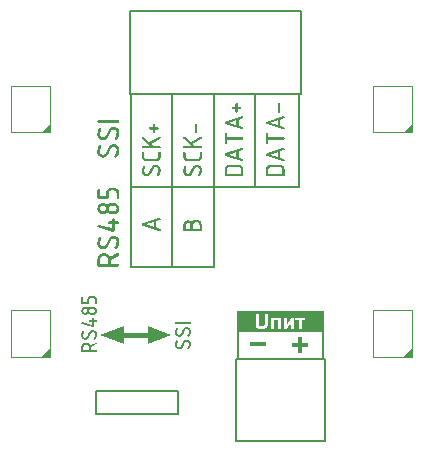
<source format=gto>
G04*
G04 #@! TF.GenerationSoftware,Altium Limited,Altium Designer,20.1.8 (145)*
G04*
G04 Layer_Color=16777215*
%FSTAX43Y43*%
%MOMM*%
G71*
G04*
G04 #@! TF.SameCoordinates,BC0BFB7A-5D47-4F10-95C9-8F0A950B5036*
G04*
G04*
G04 #@! TF.FilePolarity,Positive*
G04*
G01*
G75*
%ADD10C,0.100*%
%ADD11C,0.150*%
%ADD12C,0.400*%
G36*
X0091749Y0087408D02*
X0091747Y0087406D01*
X0091076D01*
Y0087435D01*
X0091749Y0088108D01*
Y0087408D01*
D02*
G37*
G36*
Y0106408D02*
X0091747Y0106406D01*
X0091076D01*
Y0106435D01*
X0091749Y0107108D01*
Y0106408D01*
D02*
G37*
G36*
X0098049Y0088489D02*
X0096049Y0089239D01*
X0098049Y0089989D01*
Y0088489D01*
D02*
G37*
G36*
X0122419Y0106408D02*
X0122417Y0106406D01*
X0121746D01*
Y0106435D01*
X0122419Y0107108D01*
Y0106408D01*
D02*
G37*
G36*
X0102049Y0089239D02*
X0100049Y0088489D01*
Y0089989D01*
X0102049Y0089239D01*
D02*
G37*
G36*
X0110024Y0088285D02*
X0108674D01*
Y0088623D01*
X0110024D01*
Y0088285D01*
D02*
G37*
G36*
X0122419Y0087408D02*
X0122417Y0087406D01*
X0121746D01*
Y0087435D01*
X0122419Y0088108D01*
Y0087408D01*
D02*
G37*
G36*
X011314Y0088578D02*
X0113646D01*
Y0088234D01*
X011314D01*
Y0087737D01*
X0112804D01*
Y0088234D01*
X0112302D01*
Y0088578D01*
X0112804D01*
Y0089075D01*
X011314D01*
Y0088578D01*
D02*
G37*
G36*
X0114981Y0089503D02*
X0107624D01*
Y0091268D01*
X0114981D01*
Y0089503D01*
D02*
G37*
G36*
X0095436Y0092578D02*
X0095464Y0092575D01*
X0095496Y0092568D01*
X0095536Y0092555D01*
X0095575Y0092536D01*
X0095617Y0092513D01*
X0095637Y0092497D01*
X0095656Y0092478D01*
X0095661Y0092474D01*
X0095672Y009246D01*
X0095688Y0092439D01*
X0095704Y0092409D01*
X0095723Y0092374D01*
X0095739Y0092332D01*
X0095751Y0092286D01*
X0095753Y0092261D01*
X0095755Y0092235D01*
Y0091971D01*
X0095753Y0091962D01*
X0095751Y0091951D01*
X0095744Y0091934D01*
X0095735Y0091918D01*
X0095718Y0091907D01*
X0095698Y0091897D01*
X009567Y0091893D01*
X0095665D01*
X0095656Y0091895D01*
X0095644Y0091897D01*
X0095628Y0091904D01*
X0095612Y0091914D01*
X00956Y0091927D01*
X0095591Y0091948D01*
X0095586Y0091976D01*
Y0092247D01*
X0095584Y0092261D01*
X009558Y0092277D01*
X0095575Y0092298D01*
X0095566Y0092316D01*
X0095554Y0092337D01*
X0095538Y0092358D01*
X0095536Y009236D01*
X0095529Y0092365D01*
X0095517Y0092374D01*
X0095503Y0092383D01*
X0095485Y0092393D01*
X0095464Y0092402D01*
X0095438Y0092406D01*
X0095413Y0092409D01*
X0095283D01*
X0095281D01*
X0095272D01*
X0095258Y0092406D01*
X0095242Y0092402D01*
X0095221Y0092397D01*
X0095202Y0092388D01*
X0095182Y0092374D01*
X0095161Y0092358D01*
X0095158Y0092356D01*
X0095154Y0092349D01*
X0095145Y0092337D01*
X0095135Y0092323D01*
X0095126Y0092305D01*
X0095117Y0092284D01*
X0095112Y0092261D01*
X009511Y0092235D01*
Y0091971D01*
X0095107Y0091962D01*
X0095105Y0091951D01*
X0095098Y0091934D01*
X0095089Y0091918D01*
X0095075Y0091907D01*
X0095054Y0091897D01*
X0095027Y0091893D01*
X0094508D01*
X0094504D01*
X0094494Y0091895D01*
X0094483Y0091897D01*
X0094467Y0091904D01*
X009445Y0091914D01*
X0094439Y0091927D01*
X009443Y0091948D01*
X0094425Y0091976D01*
Y0092434D01*
X0094427Y0092443D01*
X009443Y0092457D01*
X0094434Y0092474D01*
X0094446Y0092487D01*
X009446Y0092501D01*
X009448Y0092511D01*
X0094508Y0092515D01*
X0094513D01*
X0094522Y0092513D01*
X0094536Y0092511D01*
X009455Y0092504D01*
X0094566Y0092494D01*
X009458Y0092478D01*
X0094589Y0092457D01*
X0094594Y009243D01*
Y0092064D01*
X0094941D01*
Y0092249D01*
X0094943Y0092258D01*
X0094946Y0092286D01*
X0094952Y0092318D01*
X0094966Y0092358D01*
X0094985Y0092397D01*
X0095008Y0092439D01*
X0095024Y009246D01*
X0095043Y0092478D01*
Y009248D01*
X0095047Y0092483D01*
X0095061Y0092494D01*
X0095082Y0092511D01*
X009511Y0092529D01*
X0095147Y0092548D01*
X0095186Y0092564D01*
X0095232Y0092575D01*
X0095258Y009258D01*
X0095283D01*
X0095413D01*
X0095415D01*
X009542D01*
X0095427D01*
X0095436Y0092578D01*
D02*
G37*
G36*
Y0091654D02*
X0095464Y0091652D01*
X0095496Y0091645D01*
X0095536Y0091631D01*
X0095575Y0091613D01*
X0095617Y009159D01*
X0095637Y0091573D01*
X0095656Y0091555D01*
X0095661Y009155D01*
X0095672Y0091536D01*
X0095688Y0091516D01*
X0095704Y0091488D01*
X0095723Y0091453D01*
X0095739Y0091411D01*
X0095751Y0091363D01*
X0095753Y0091337D01*
X0095755Y0091312D01*
Y0091298D01*
X0095753Y0091289D01*
X0095751Y0091261D01*
X0095744Y0091229D01*
X009573Y0091189D01*
X0095714Y009115D01*
X0095688Y0091108D01*
X0095674Y0091087D01*
X0095656Y0091069D01*
X0095654D01*
X0095651Y0091064D01*
X0095637Y0091053D01*
X0095617Y0091037D01*
X0095589Y009102D01*
X0095552Y0091002D01*
X0095512Y0090986D01*
X0095464Y0090974D01*
X0095438Y0090972D01*
X0095413Y0090969D01*
X0095283D01*
X0095281D01*
X0095276D01*
X0095267D01*
X0095256Y0090972D01*
X0095242Y0090974D01*
X0095226Y0090976D01*
X0095188Y0090986D01*
X0095147Y0091D01*
X0095103Y0091023D01*
X0095082Y0091039D01*
X0095064Y0091055D01*
X0095043Y0091074D01*
X0095027Y0091097D01*
Y0091094D01*
X0095022Y0091092D01*
X009501Y0091076D01*
X0094989Y0091057D01*
X0094962Y0091034D01*
X0094925Y0091009D01*
X0094881Y009099D01*
X0094828Y0090974D01*
X0094797Y0090972D01*
X0094767Y0090969D01*
X0094765D01*
X009476D01*
X0094753D01*
X0094744Y0090972D01*
X0094716Y0090974D01*
X0094684Y0090981D01*
X0094647Y0090995D01*
X0094605Y0091011D01*
X0094566Y0091037D01*
X0094545Y009105D01*
X0094527Y0091069D01*
X0094524Y0091071D01*
X0094522Y0091074D01*
X009451Y0091087D01*
X0094494Y0091108D01*
X0094476Y0091136D01*
X0094457Y0091173D01*
X0094441Y0091212D01*
X009443Y0091261D01*
X0094425Y0091286D01*
Y0091326D01*
X0094427Y0091335D01*
X009443Y0091363D01*
X0094436Y0091395D01*
X009445Y0091435D01*
X0094469Y0091474D01*
X0094492Y0091516D01*
X0094508Y0091536D01*
X0094527Y0091555D01*
Y0091557D01*
X0094531Y009156D01*
X0094545Y0091571D01*
X0094566Y0091587D01*
X0094594Y0091606D01*
X0094629Y0091624D01*
X009467Y0091641D01*
X0094716Y0091652D01*
X0094742Y0091657D01*
X0094767D01*
X009477D01*
X0094774D01*
X0094784D01*
X0094795Y0091654D01*
X0094809Y0091652D01*
X0094825Y009165D01*
X0094865Y0091641D01*
X0094906Y0091624D01*
X0094948Y0091601D01*
X0094971Y0091587D01*
X0094989Y0091571D01*
X0095008Y009155D01*
X0095027Y0091527D01*
X0095029Y0091532D01*
X0095038Y0091541D01*
X0095052Y0091557D01*
X009507Y0091576D01*
X0095094Y0091594D01*
X0095124Y0091615D01*
X0095156Y0091631D01*
X0095195Y0091643D01*
X0095198D01*
X0095207Y0091645D01*
X0095221Y0091647D01*
X0095242Y009165D01*
X0095272Y0091652D01*
X0095309Y0091654D01*
X0095332D01*
X0095357Y0091657D01*
X0095383D01*
X0095413D01*
X0095415D01*
X009542D01*
X0095427D01*
X0095436Y0091654D01*
D02*
G37*
G36*
X0095425Y0090727D02*
X0095438Y0090724D01*
X0095452Y0090717D01*
X0095468Y0090708D01*
X0095482Y0090692D01*
X0095492Y0090671D01*
X0095496Y0090643D01*
Y0090537D01*
X009567D01*
X0095674D01*
X0095684Y0090534D01*
X0095698Y0090532D01*
X0095711Y0090525D01*
X0095728Y0090516D01*
X0095742Y00905D01*
X0095751Y0090479D01*
X0095755Y0090451D01*
Y0090447D01*
X0095753Y0090437D01*
X0095751Y0090423D01*
X0095744Y009041D01*
X0095735Y0090393D01*
X0095718Y0090379D01*
X0095698Y009037D01*
X009567Y0090366D01*
X0095496D01*
Y0089993D01*
X0095494Y0089984D01*
X0095492Y0089972D01*
X0095485Y0089956D01*
X0095475Y008994D01*
X0095462Y0089928D01*
X0095441Y0089919D01*
X0095413Y0089914D01*
X0095411D01*
X0095404D01*
X009539Y0089917D01*
X0094487Y0090173D01*
X0094485D01*
X0094478Y0090178D01*
X0094467Y0090183D01*
X0094455Y0090192D01*
X0094446Y0090201D01*
X0094434Y0090217D01*
X0094427Y0090234D01*
X0094425Y0090257D01*
Y0090261D01*
X0094427Y0090271D01*
X009443Y0090285D01*
X0094436Y0090301D01*
X0094446Y0090315D01*
X0094462Y0090329D01*
X0094483Y0090338D01*
X009451Y0090342D01*
X0094513D01*
X0094517D01*
X0094527Y009034D01*
X0094541Y0090335D01*
X0095327Y0090106D01*
Y0090366D01*
X0095151D01*
X0095147D01*
X0095138Y0090368D01*
X0095126Y009037D01*
X009511Y0090377D01*
X0095094Y0090386D01*
X0095082Y0090403D01*
X0095073Y0090423D01*
X0095068Y0090451D01*
Y0090456D01*
X009507Y0090465D01*
X0095073Y0090479D01*
X0095077Y0090495D01*
X0095089Y0090509D01*
X0095103Y0090523D01*
X0095124Y0090532D01*
X0095151Y0090537D01*
X0095327D01*
Y0090648D01*
X009533Y0090657D01*
X0095332Y0090671D01*
X0095337Y0090687D01*
X0095348Y0090701D01*
X0095362Y0090715D01*
X0095383Y0090724D01*
X0095411Y0090729D01*
X0095415D01*
X0095425Y0090727D01*
D02*
G37*
G36*
X0095436Y0089674D02*
X0095464Y0089671D01*
X0095496Y0089664D01*
X0095533Y0089651D01*
X0095575Y0089632D01*
X0095617Y0089609D01*
X0095637Y0089593D01*
X0095656Y0089574D01*
X0095661Y008957D01*
X0095672Y0089556D01*
X0095688Y0089535D01*
X0095704Y0089505D01*
X0095723Y008947D01*
X0095739Y0089428D01*
X0095751Y0089382D01*
X0095753Y0089357D01*
X0095755Y0089331D01*
Y0089308D01*
X0095753Y008929D01*
X0095751Y0089269D01*
X0095748Y0089243D01*
X0095744Y0089215D01*
X0095737Y0089185D01*
X0095721Y0089116D01*
X0095709Y0089081D01*
X0095695Y0089044D01*
X0095679Y0089005D01*
X0095658Y0088968D01*
X0095637Y0088931D01*
X0095612Y0088894D01*
X009561Y0088892D01*
X0095607Y0088889D01*
X0095593Y0088878D01*
X009557Y0088864D01*
X0095556Y0088861D01*
X0095543Y0088859D01*
X009554D01*
X0095536D01*
X0095522Y0088861D01*
X0095503Y0088868D01*
X0095485Y0088882D01*
X0095482Y0088885D01*
X009548Y0088887D01*
X0095471Y0088898D01*
X0095464Y0088919D01*
X0095459Y0088931D01*
Y0088947D01*
X0095462Y0088956D01*
X0095464Y008897D01*
X0095471Y0088986D01*
X0095473Y0088989D01*
X0095478Y0088998D01*
X0095485Y0089012D01*
X0095496Y0089033D01*
X009551Y0089058D01*
X0095526Y0089088D01*
X0095543Y0089125D01*
X0095563Y0089167D01*
Y0089169D01*
X0095568Y0089181D01*
X009557Y0089195D01*
X0095575Y0089215D01*
X009558Y0089239D01*
X0095582Y0089266D01*
X0095586Y0089299D01*
Y0089343D01*
X0095584Y0089357D01*
X009558Y0089373D01*
X0095575Y0089391D01*
X0095566Y0089412D01*
X0095552Y0089431D01*
X0095536Y0089452D01*
X0095533Y0089454D01*
X0095526Y0089461D01*
X0095515Y0089468D01*
X0095501Y0089479D01*
X0095482Y0089489D01*
X0095462Y0089495D01*
X0095438Y0089502D01*
X0095413Y0089505D01*
X0095411D01*
X0095408D01*
X0095397D01*
X0095378Y00895D01*
X0095355Y0089495D01*
X009533Y0089486D01*
X0095304Y0089475D01*
X0095281Y0089456D01*
X009526Y0089431D01*
X0095073Y0089044D01*
X009507Y0089042D01*
X0095068Y0089037D01*
X0095064Y0089028D01*
X0095054Y0089017D01*
X0095045Y0089D01*
X0095031Y0088986D01*
X0095017Y0088968D01*
X0094999Y0088952D01*
X0094978Y0088936D01*
X0094957Y0088917D01*
X0094932Y0088903D01*
X0094904Y0088889D01*
X0094874Y0088875D01*
X0094841Y0088866D01*
X0094804Y0088861D01*
X0094767Y0088859D01*
X0094765D01*
X009476D01*
X0094753D01*
X0094744Y0088861D01*
X0094716Y0088864D01*
X0094684Y0088871D01*
X0094647Y0088885D01*
X0094605Y0088901D01*
X0094566Y0088926D01*
X0094545Y008894D01*
X0094527Y0088959D01*
X0094524Y0088961D01*
X0094522Y0088963D01*
X009451Y0088977D01*
X0094494Y0088998D01*
X0094476Y0089026D01*
X0094457Y0089063D01*
X0094441Y0089102D01*
X009443Y0089151D01*
X0094425Y0089176D01*
Y0089241D01*
X0094427Y0089259D01*
X009443Y0089283D01*
X0094432Y0089308D01*
X0094434Y0089334D01*
X0094443Y0089391D01*
X0094455Y0089452D01*
X0094473Y0089509D01*
X0094485Y0089535D01*
X0094499Y008956D01*
X0094501Y0089563D01*
X0094504Y0089567D01*
X009451Y0089576D01*
X009452Y0089586D01*
X0094543Y0089602D01*
X0094559Y0089607D01*
X0094575Y0089609D01*
X0094578D01*
X009458D01*
X0094596Y0089607D01*
X0094615Y0089597D01*
X0094626Y0089593D01*
X0094635Y0089583D01*
X009464Y0089579D01*
X0094647Y0089567D01*
X0094656Y0089549D01*
X0094659Y0089537D01*
X0094661Y0089523D01*
Y0089521D01*
X0094659Y0089514D01*
X0094656Y0089502D01*
X0094652Y0089489D01*
Y0089486D01*
X0094649Y0089482D01*
X0094647Y0089475D01*
X0094642Y0089463D01*
X0094638Y0089452D01*
X0094633Y0089435D01*
X0094622Y0089398D01*
X0094612Y0089354D01*
X0094603Y0089306D01*
X0094596Y0089255D01*
X0094594Y0089202D01*
Y008919D01*
X0094596Y0089176D01*
X0094601Y008916D01*
X0094605Y0089139D01*
X0094615Y0089121D01*
X0094629Y00891D01*
X0094645Y0089079D01*
X0094647Y0089077D01*
X0094654Y0089072D01*
X0094666Y0089063D01*
X0094679Y0089056D01*
X0094698Y0089047D01*
X0094719Y0089037D01*
X0094742Y0089033D01*
X0094767Y008903D01*
X009477D01*
X0094772D01*
X0094786Y0089033D01*
X0094804Y0089035D01*
X0094828Y0089042D01*
X0094853Y0089054D01*
X0094878Y008907D01*
X0094902Y0089093D01*
X0094922Y0089123D01*
X009511Y0089486D01*
Y0089489D01*
X0095114Y0089495D01*
X0095119Y0089505D01*
X0095128Y0089516D01*
X0095138Y008953D01*
X0095151Y0089546D01*
X0095168Y0089563D01*
X0095184Y0089581D01*
X0095205Y00896D01*
X0095226Y0089616D01*
X0095251Y0089632D01*
X0095279Y0089646D01*
X0095309Y0089657D01*
X0095341Y0089669D01*
X0095376Y0089674D01*
X0095413Y0089676D01*
X0095415D01*
X009542D01*
X0095427D01*
X0095436Y0089674D01*
D02*
G37*
G36*
X0095691Y0088619D02*
X0095709Y0088609D01*
X0095721Y0088602D01*
X009573Y0088593D01*
X0095735Y0088588D01*
X0095742Y0088577D01*
X0095751Y0088556D01*
X0095753Y0088544D01*
X0095755Y0088533D01*
Y0088524D01*
X0095753Y0088514D01*
X0095748Y0088503D01*
X0095744Y0088491D01*
X0095737Y0088477D01*
X0095725Y0088466D01*
X0095709Y0088454D01*
X0095239Y0088221D01*
Y0087975D01*
X0095672D01*
X0095677D01*
X0095686Y0087973D01*
X0095698Y0087971D01*
X0095714Y0087964D01*
X009573Y0087954D01*
X0095742Y0087938D01*
X0095751Y0087917D01*
X0095755Y008789D01*
Y0087885D01*
X0095753Y0087876D01*
X0095751Y0087862D01*
X0095744Y0087848D01*
X0095735Y0087832D01*
X0095721Y0087818D01*
X00957Y0087809D01*
X0095672Y0087804D01*
X0094508D01*
X0094504D01*
X0094494Y0087806D01*
X0094483Y0087809D01*
X0094467Y0087816D01*
X009445Y0087825D01*
X0094439Y0087839D01*
X009443Y008786D01*
X0094425Y0087887D01*
Y0088227D01*
X0094427Y0088239D01*
X009443Y0088255D01*
X0094432Y0088271D01*
X0094439Y0088311D01*
X0094455Y0088357D01*
X0094476Y0088406D01*
X009449Y0088431D01*
X0094506Y0088454D01*
X0094524Y0088477D01*
X0094545Y0088501D01*
X0094548Y0088503D01*
X009455Y0088505D01*
X0094557Y0088512D01*
X0094566Y0088519D01*
X0094578Y0088528D01*
X0094591Y0088538D01*
X0094626Y0088561D01*
X0094668Y0088584D01*
X0094716Y0088602D01*
X0094772Y0088616D01*
X0094802Y0088619D01*
X0094832Y0088621D01*
X0094834D01*
X0094844D01*
X0094858Y0088619D01*
X0094876Y0088616D01*
X0094899Y0088614D01*
X0094925Y0088609D01*
X0094952Y00886D01*
X0094983Y0088591D01*
X0095015Y0088579D01*
X0095045Y0088563D01*
X0095077Y0088544D01*
X0095107Y0088521D01*
X0095135Y0088494D01*
X0095161Y0088463D01*
X0095184Y0088426D01*
X0095202Y0088385D01*
X0095635Y0088609D01*
X0095637Y0088612D01*
X0095647Y0088616D01*
X0095658Y0088619D01*
X0095672Y0088621D01*
X0095674D01*
X0095677D01*
X0095691Y0088619D01*
D02*
G37*
G36*
X010363Y0090333D02*
X0103641Y0090331D01*
X0103657Y0090324D01*
X0103674Y0090315D01*
X0103685Y0090299D01*
X0103694Y0090278D01*
X0103699Y009025D01*
Y0090245D01*
X0103697Y0090236D01*
X0103694Y0090222D01*
X0103687Y0090208D01*
X0103678Y0090192D01*
X0103664Y0090178D01*
X0103643Y0090169D01*
X0103616Y0090164D01*
X0102452D01*
X0102447D01*
X0102438Y0090167D01*
X0102426Y0090169D01*
X010241Y0090176D01*
X0102394Y0090185D01*
X0102382Y0090201D01*
X0102373Y0090222D01*
X0102368Y009025D01*
Y0090255D01*
X0102371Y0090264D01*
X0102373Y0090278D01*
X0102378Y0090294D01*
X0102389Y0090308D01*
X0102403Y0090322D01*
X0102424Y0090331D01*
X0102452Y0090336D01*
X0103616D01*
X010362D01*
X010363Y0090333D01*
D02*
G37*
G36*
X010338Y0089924D02*
X0103407Y0089921D01*
X010344Y0089914D01*
X0103477Y0089901D01*
X0103519Y0089882D01*
X010356Y0089859D01*
X0103581Y0089843D01*
X01036Y0089824D01*
X0103604Y008982D01*
X0103616Y0089806D01*
X0103632Y0089785D01*
X0103648Y0089755D01*
X0103667Y008972D01*
X0103683Y0089678D01*
X0103694Y0089632D01*
X0103697Y0089607D01*
X0103699Y0089581D01*
Y0089558D01*
X0103697Y008954D01*
X0103694Y0089519D01*
X0103692Y0089493D01*
X0103687Y0089466D01*
X010368Y0089435D01*
X0103664Y0089366D01*
X0103653Y0089331D01*
X0103639Y0089294D01*
X0103623Y0089255D01*
X0103602Y0089218D01*
X0103581Y0089181D01*
X0103556Y0089144D01*
X0103553Y0089142D01*
X0103551Y0089139D01*
X0103537Y0089128D01*
X0103514Y0089114D01*
X01035Y0089111D01*
X0103486Y0089109D01*
X0103484D01*
X0103479D01*
X0103465Y0089111D01*
X0103447Y0089118D01*
X0103428Y0089132D01*
X0103426Y0089135D01*
X0103424Y0089137D01*
X0103414Y0089148D01*
X0103407Y0089169D01*
X0103403Y0089181D01*
Y0089197D01*
X0103405Y0089206D01*
X0103407Y008922D01*
X0103414Y0089236D01*
X0103417Y0089239D01*
X0103421Y0089248D01*
X0103428Y0089262D01*
X010344Y0089283D01*
X0103454Y0089308D01*
X010347Y0089338D01*
X0103486Y0089375D01*
X0103507Y0089417D01*
Y0089419D01*
X0103512Y0089431D01*
X0103514Y0089445D01*
X0103519Y0089466D01*
X0103523Y0089489D01*
X0103525Y0089516D01*
X010353Y0089549D01*
Y0089593D01*
X0103528Y0089607D01*
X0103523Y0089623D01*
X0103519Y0089641D01*
X0103509Y0089662D01*
X0103495Y0089681D01*
X0103479Y0089702D01*
X0103477Y0089704D01*
X010347Y0089711D01*
X0103458Y0089718D01*
X0103444Y0089729D01*
X0103426Y0089739D01*
X0103405Y0089745D01*
X0103382Y0089752D01*
X0103357Y0089755D01*
X0103354D01*
X0103352D01*
X010334D01*
X0103322Y008975D01*
X0103299Y0089745D01*
X0103273Y0089736D01*
X0103248Y0089725D01*
X0103225Y0089706D01*
X0103204Y0089681D01*
X0103016Y0089294D01*
X0103014Y0089292D01*
X0103012Y0089287D01*
X0103007Y0089278D01*
X0102998Y0089267D01*
X0102989Y008925D01*
X0102975Y0089236D01*
X0102961Y0089218D01*
X0102942Y0089202D01*
X0102922Y0089186D01*
X0102901Y0089167D01*
X0102875Y0089153D01*
X0102847Y0089139D01*
X0102817Y0089125D01*
X0102785Y0089116D01*
X0102748Y0089111D01*
X0102711Y0089109D01*
X0102709D01*
X0102704D01*
X0102697D01*
X0102688Y0089111D01*
X010266Y0089114D01*
X0102628Y0089121D01*
X0102591Y0089135D01*
X0102549Y0089151D01*
X010251Y0089176D01*
X0102489Y008919D01*
X010247Y0089209D01*
X0102468Y0089211D01*
X0102466Y0089213D01*
X0102454Y0089227D01*
X0102438Y0089248D01*
X0102419Y0089276D01*
X0102401Y0089313D01*
X0102385Y0089352D01*
X0102373Y0089401D01*
X0102368Y0089426D01*
Y0089491D01*
X0102371Y0089509D01*
X0102373Y0089533D01*
X0102375Y0089558D01*
X0102378Y0089584D01*
X0102387Y0089641D01*
X0102399Y0089702D01*
X0102417Y0089759D01*
X0102429Y0089785D01*
X0102443Y008981D01*
X0102445Y0089813D01*
X0102447Y0089817D01*
X0102454Y0089826D01*
X0102463Y0089836D01*
X0102487Y0089852D01*
X0102503Y0089857D01*
X0102519Y0089859D01*
X0102521D01*
X0102524D01*
X010254Y0089857D01*
X0102558Y0089847D01*
X010257Y0089843D01*
X0102579Y0089833D01*
X0102584Y0089829D01*
X0102591Y0089817D01*
X01026Y0089799D01*
X0102602Y0089787D01*
X0102605Y0089773D01*
Y0089771D01*
X0102602Y0089764D01*
X01026Y0089752D01*
X0102595Y0089739D01*
Y0089736D01*
X0102593Y0089732D01*
X0102591Y0089725D01*
X0102586Y0089713D01*
X0102581Y0089702D01*
X0102577Y0089685D01*
X0102565Y0089648D01*
X0102556Y0089604D01*
X0102547Y0089556D01*
X010254Y0089505D01*
X0102537Y0089452D01*
Y008944D01*
X010254Y0089426D01*
X0102544Y008941D01*
X0102549Y0089389D01*
X0102558Y0089371D01*
X0102572Y008935D01*
X0102588Y0089329D01*
X0102591Y0089327D01*
X0102598Y0089322D01*
X0102609Y0089313D01*
X0102623Y0089306D01*
X0102642Y0089297D01*
X0102662Y0089287D01*
X0102685Y0089283D01*
X0102711Y008928D01*
X0102713D01*
X0102716D01*
X0102729Y0089283D01*
X0102748Y0089285D01*
X0102771Y0089292D01*
X0102797Y0089304D01*
X0102822Y008932D01*
X0102845Y0089343D01*
X0102866Y0089373D01*
X0103053Y0089736D01*
Y0089739D01*
X0103058Y0089745D01*
X0103063Y0089755D01*
X0103072Y0089766D01*
X0103081Y008978D01*
X0103095Y0089796D01*
X0103111Y0089813D01*
X0103127Y0089831D01*
X0103148Y008985D01*
X0103169Y0089866D01*
X0103195Y0089882D01*
X0103222Y0089896D01*
X0103252Y0089907D01*
X0103285Y0089919D01*
X010332Y0089924D01*
X0103357Y0089926D01*
X0103359D01*
X0103363D01*
X010337D01*
X010338Y0089924D01*
D02*
G37*
G36*
Y0088869D02*
X0103407Y0088866D01*
X010344Y0088859D01*
X0103477Y0088845D01*
X0103519Y0088827D01*
X010356Y0088804D01*
X0103581Y0088788D01*
X01036Y0088769D01*
X0103604Y0088764D01*
X0103616Y0088751D01*
X0103632Y008873D01*
X0103648Y00887D01*
X0103667Y0088665D01*
X0103683Y0088623D01*
X0103694Y0088577D01*
X0103697Y0088551D01*
X0103699Y0088526D01*
Y0088503D01*
X0103697Y0088484D01*
X0103694Y0088464D01*
X0103692Y0088438D01*
X0103687Y008841D01*
X010368Y008838D01*
X0103664Y0088311D01*
X0103653Y0088276D01*
X0103639Y0088239D01*
X0103623Y00882D01*
X0103602Y0088163D01*
X0103581Y0088126D01*
X0103556Y0088089D01*
X0103553Y0088086D01*
X0103551Y0088084D01*
X0103537Y0088073D01*
X0103514Y0088059D01*
X01035Y0088056D01*
X0103486Y0088054D01*
X0103484D01*
X0103479D01*
X0103465Y0088056D01*
X0103447Y0088063D01*
X0103428Y0088077D01*
X0103426Y0088079D01*
X0103424Y0088082D01*
X0103414Y0088093D01*
X0103407Y0088114D01*
X0103403Y0088126D01*
Y0088142D01*
X0103405Y0088151D01*
X0103407Y0088165D01*
X0103414Y0088181D01*
X0103417Y0088184D01*
X0103421Y0088193D01*
X0103428Y0088207D01*
X010344Y0088228D01*
X0103454Y0088253D01*
X010347Y0088283D01*
X0103486Y008832D01*
X0103507Y0088362D01*
Y0088364D01*
X0103512Y0088376D01*
X0103514Y008839D01*
X0103519Y008841D01*
X0103523Y0088433D01*
X0103525Y0088461D01*
X010353Y0088494D01*
Y0088538D01*
X0103528Y0088551D01*
X0103523Y0088568D01*
X0103519Y0088586D01*
X0103509Y0088607D01*
X0103495Y0088626D01*
X0103479Y0088646D01*
X0103477Y0088649D01*
X010347Y0088656D01*
X0103458Y0088663D01*
X0103444Y0088674D01*
X0103426Y0088683D01*
X0103405Y008869D01*
X0103382Y0088697D01*
X0103357Y00887D01*
X0103354D01*
X0103352D01*
X010334D01*
X0103322Y0088695D01*
X0103299Y008869D01*
X0103273Y0088681D01*
X0103248Y008867D01*
X0103225Y0088651D01*
X0103204Y0088626D01*
X0103016Y0088239D01*
X0103014Y0088237D01*
X0103012Y0088232D01*
X0103007Y0088223D01*
X0102998Y0088211D01*
X0102989Y0088195D01*
X0102975Y0088181D01*
X0102961Y0088163D01*
X0102942Y0088147D01*
X0102922Y008813D01*
X0102901Y0088112D01*
X0102875Y0088098D01*
X0102847Y0088084D01*
X0102817Y008807D01*
X0102785Y0088061D01*
X0102748Y0088056D01*
X0102711Y0088054D01*
X0102709D01*
X0102704D01*
X0102697D01*
X0102688Y0088056D01*
X010266Y0088059D01*
X0102628Y0088066D01*
X0102591Y0088079D01*
X0102549Y0088096D01*
X010251Y0088121D01*
X0102489Y0088135D01*
X010247Y0088154D01*
X0102468Y0088156D01*
X0102466Y0088158D01*
X0102454Y0088172D01*
X0102438Y0088193D01*
X0102419Y0088221D01*
X0102401Y0088258D01*
X0102385Y0088297D01*
X0102373Y0088346D01*
X0102368Y0088371D01*
Y0088436D01*
X0102371Y0088454D01*
X0102373Y0088477D01*
X0102375Y0088503D01*
X0102378Y0088528D01*
X0102387Y0088586D01*
X0102399Y0088646D01*
X0102417Y0088704D01*
X0102429Y008873D01*
X0102443Y0088755D01*
X0102445Y0088757D01*
X0102447Y0088762D01*
X0102454Y0088771D01*
X0102463Y0088781D01*
X0102487Y0088797D01*
X0102503Y0088801D01*
X0102519Y0088804D01*
X0102521D01*
X0102524D01*
X010254Y0088801D01*
X0102558Y0088792D01*
X010257Y0088788D01*
X0102579Y0088778D01*
X0102584Y0088774D01*
X0102591Y0088762D01*
X01026Y0088744D01*
X0102602Y0088732D01*
X0102605Y0088718D01*
Y0088716D01*
X0102602Y0088709D01*
X01026Y0088697D01*
X0102595Y0088683D01*
Y0088681D01*
X0102593Y0088676D01*
X0102591Y008867D01*
X0102586Y0088658D01*
X0102581Y0088646D01*
X0102577Y008863D01*
X0102565Y0088593D01*
X0102556Y0088549D01*
X0102547Y0088501D01*
X010254Y008845D01*
X0102537Y0088396D01*
Y0088385D01*
X010254Y0088371D01*
X0102544Y0088355D01*
X0102549Y0088334D01*
X0102558Y0088315D01*
X0102572Y0088295D01*
X0102588Y0088274D01*
X0102591Y0088272D01*
X0102598Y0088267D01*
X0102609Y0088258D01*
X0102623Y0088251D01*
X0102642Y0088241D01*
X0102662Y0088232D01*
X0102685Y0088228D01*
X0102711Y0088225D01*
X0102713D01*
X0102716D01*
X0102729Y0088228D01*
X0102748Y008823D01*
X0102771Y0088237D01*
X0102797Y0088248D01*
X0102822Y0088265D01*
X0102845Y0088288D01*
X0102866Y0088318D01*
X0103053Y0088681D01*
Y0088683D01*
X0103058Y008869D01*
X0103063Y00887D01*
X0103072Y0088711D01*
X0103081Y0088725D01*
X0103095Y0088741D01*
X0103111Y0088757D01*
X0103127Y0088776D01*
X0103148Y0088794D01*
X0103169Y0088811D01*
X0103195Y0088827D01*
X0103222Y0088841D01*
X0103252Y0088852D01*
X0103285Y0088864D01*
X010332Y0088869D01*
X0103357Y0088871D01*
X0103359D01*
X0103363D01*
X010337D01*
X010338Y0088869D01*
D02*
G37*
G36*
X0101066Y0099184D02*
X010108Y0099181D01*
X0101099Y0099173D01*
X0101118Y0099162D01*
X0101132Y0099142D01*
X0101143Y0099117D01*
X0101149Y0099084D01*
Y0099073D01*
X0101146Y0099059D01*
X0101141Y0099045D01*
X0101132Y0099028D01*
X0101118Y0099012D01*
X0101102Y0098998D01*
X010108Y0098987D01*
X0100763Y0098881D01*
Y0098357D01*
X010108Y0098251D01*
X0101082D01*
X0101091Y0098246D01*
X0101102Y009824D01*
X0101113Y0098232D01*
X0101127Y0098218D01*
X0101138Y0098201D01*
X0101146Y0098179D01*
X0101149Y0098154D01*
Y0098148D01*
X0101146Y0098137D01*
X0101143Y0098123D01*
X0101135Y0098104D01*
X0101124Y0098085D01*
X0101107Y0098071D01*
X0101082Y009806D01*
X0101049Y0098054D01*
X0101046D01*
X0101038D01*
X0101016Y0098057D01*
X0099633Y0098518D01*
X009963Y009852D01*
X0099619Y0098523D01*
X0099608Y0098532D01*
X0099592Y009854D01*
X0099578Y0098554D01*
X0099564Y0098573D01*
X0099555Y0098595D01*
X0099553Y009862D01*
Y0098631D01*
X0099555Y0098645D01*
X0099561Y0098662D01*
X0099572Y0098679D01*
X0099586Y0098695D01*
X0099605Y0098709D01*
X009963Y009872D01*
X0101016Y0099181D01*
X0101019D01*
X0101027Y0099184D01*
X0101038Y0099187D01*
X0101049D01*
X0101055D01*
X0101066Y0099184D01*
D02*
G37*
G36*
X0104194Y0099031D02*
X010421Y0099028D01*
X0104233Y0099026D01*
X010428Y0099017D01*
X0104335Y0098998D01*
X0104391Y0098973D01*
X0104421Y0098956D01*
X0104452Y0098937D01*
X010448Y0098915D01*
X0104507Y009889D01*
X010451Y0098887D01*
X0104513Y0098884D01*
X0104521Y0098876D01*
X010453Y0098865D01*
X0104541Y0098851D01*
X0104552Y0098834D01*
X0104577Y0098792D01*
X0104605Y0098743D01*
X0104627Y0098681D01*
X0104643Y0098615D01*
X0104646Y0098579D01*
X0104649Y0098543D01*
Y0098148D01*
X0104646Y0098137D01*
X0104643Y0098123D01*
X0104635Y0098104D01*
X0104624Y0098085D01*
X0104607Y0098071D01*
X0104582Y009806D01*
X0104549Y0098054D01*
X0103153D01*
X0103147D01*
X0103136Y0098057D01*
X0103122Y009806D01*
X0103103Y0098068D01*
X0103083Y0098079D01*
X0103069Y0098096D01*
X0103058Y0098121D01*
X0103053Y0098154D01*
Y0098559D01*
X0103055Y0098573D01*
X0103058Y0098604D01*
X0103067Y0098645D01*
X010308Y0098693D01*
X0103103Y009874D01*
X0103133Y009879D01*
X010315Y0098815D01*
X0103172Y0098837D01*
Y009884D01*
X0103178Y0098842D01*
X0103194Y0098856D01*
X0103219Y0098876D01*
X0103253Y0098898D01*
X0103294Y0098917D01*
X0103344Y0098937D01*
X0103402Y0098951D01*
X0103433Y0098956D01*
X0103464D01*
X0103466D01*
X0103472D01*
X0103483D01*
X0103497Y0098953D01*
X0103514Y0098951D01*
X010353Y0098948D01*
X0103575Y009894D01*
X0103625Y009892D01*
X0103672Y0098895D01*
X0103697Y0098879D01*
X0103722Y0098859D01*
X0103744Y0098837D01*
X0103763Y0098812D01*
Y0098815D01*
X0103769Y009882D01*
X0103777Y0098831D01*
X0103786Y0098848D01*
X0103799Y0098865D01*
X0103816Y0098881D01*
X0103836Y0098904D01*
X0103858Y0098923D01*
X0103886Y0098942D01*
X0103913Y0098965D01*
X0103947Y0098981D01*
X0103983Y0099001D01*
X0104022Y0099015D01*
X0104063Y0099026D01*
X010411Y0099031D01*
X010416Y0099034D01*
X0104163D01*
X0104169D01*
X010418D01*
X0104194Y0099031D01*
D02*
G37*
G36*
X0111177Y0108903D02*
X0111194Y0108901D01*
X011121Y0108892D01*
X011123Y0108881D01*
X0111246Y0108862D01*
X0111258Y0108837D01*
X0111263Y0108803D01*
Y0108176D01*
X011126Y0108165D01*
X0111258Y0108151D01*
X0111249Y0108132D01*
X0111238Y0108112D01*
X0111219Y0108098D01*
X0111194Y0108087D01*
X011116Y0108082D01*
X0111155D01*
X0111144Y0108084D01*
X011113Y0108087D01*
X011111Y0108095D01*
X0111091Y0108107D01*
X0111077Y0108123D01*
X0111066Y0108148D01*
X011106Y0108181D01*
Y0108809D01*
X0111063Y010882D01*
X0111066Y0108837D01*
X0111072Y0108856D01*
X0111085Y0108873D01*
X0111102Y0108889D01*
X0111127Y0108901D01*
X011116Y0108906D01*
X0111166D01*
X0111177Y0108903D01*
D02*
G37*
G36*
X0111566Y0107787D02*
X011158Y0107784D01*
X0111599Y0107776D01*
X0111618Y0107765D01*
X0111632Y0107746D01*
X0111643Y0107721D01*
X0111649Y0107687D01*
Y0107676D01*
X0111646Y0107662D01*
X0111641Y0107648D01*
X0111632Y0107632D01*
X0111618Y0107615D01*
X0111602Y0107601D01*
X011158Y010759D01*
X0111263Y0107485D01*
Y010696D01*
X011158Y0106854D01*
X0111582D01*
X0111591Y0106849D01*
X0111602Y0106843D01*
X0111613Y0106835D01*
X0111627Y0106821D01*
X0111638Y0106804D01*
X0111646Y0106782D01*
X0111649Y0106757D01*
Y0106752D01*
X0111646Y0106741D01*
X0111643Y0106727D01*
X0111635Y0106707D01*
X0111624Y0106688D01*
X0111607Y0106674D01*
X0111582Y0106663D01*
X0111549Y0106657D01*
X0111546D01*
X0111538D01*
X0111516Y010666D01*
X0110133Y0107121D01*
X011013Y0107124D01*
X0110119Y0107127D01*
X0110108Y0107135D01*
X0110092Y0107143D01*
X0110078Y0107157D01*
X0110064Y0107176D01*
X0110055Y0107199D01*
X0110053Y0107224D01*
Y0107235D01*
X0110055Y0107249D01*
X0110061Y0107265D01*
X0110072Y0107282D01*
X0110086Y0107299D01*
X0110105Y0107313D01*
X011013Y0107324D01*
X0111516Y0107784D01*
X0111519D01*
X0111527Y0107787D01*
X0111538Y010779D01*
X0111549D01*
X0111555D01*
X0111566Y0107787D01*
D02*
G37*
G36*
X0110169Y0106366D02*
X0110186Y0106363D01*
X0110203Y0106355D01*
X0110222Y0106344D01*
X0110239Y0106324D01*
X011025Y0106299D01*
X0110255Y0106266D01*
Y0105983D01*
X0111549D01*
X0111555D01*
X0111566Y010598D01*
X011158Y0105977D01*
X0111599Y0105969D01*
X0111618Y0105958D01*
X0111632Y0105938D01*
X0111643Y0105913D01*
X0111649Y010588D01*
Y0105874D01*
X0111646Y0105863D01*
X0111643Y0105847D01*
X0111635Y010583D01*
X0111624Y0105811D01*
X0111607Y0105794D01*
X0111582Y0105783D01*
X0111549Y0105777D01*
X0110255D01*
Y0105486D01*
X0110253Y0105475D01*
X011025Y0105461D01*
X0110241Y0105441D01*
X011023Y0105422D01*
X0110211Y0105408D01*
X0110186Y0105397D01*
X0110153Y0105391D01*
X0110147D01*
X0110136Y0105394D01*
X0110122Y0105397D01*
X0110103Y0105405D01*
X0110083Y0105416D01*
X0110069Y0105433D01*
X0110058Y0105458D01*
X0110053Y0105491D01*
Y0106271D01*
X0110055Y0106283D01*
X0110058Y0106299D01*
X0110064Y0106319D01*
X0110078Y0106335D01*
X0110094Y0106352D01*
X0110119Y0106363D01*
X0110153Y0106369D01*
X0110158D01*
X0110169Y0106366D01*
D02*
G37*
G36*
X0111566Y0105097D02*
X011158Y0105094D01*
X0111599Y0105086D01*
X0111618Y0105075D01*
X0111632Y0105055D01*
X0111643Y010503D01*
X0111649Y0104997D01*
Y0104986D01*
X0111646Y0104972D01*
X0111641Y0104958D01*
X0111632Y0104942D01*
X0111618Y0104925D01*
X0111602Y0104911D01*
X011158Y01049D01*
X0111263Y0104795D01*
Y010427D01*
X011158Y0104164D01*
X0111582D01*
X0111591Y0104159D01*
X0111602Y0104153D01*
X0111613Y0104145D01*
X0111627Y0104131D01*
X0111638Y0104114D01*
X0111646Y0104092D01*
X0111649Y0104067D01*
Y0104062D01*
X0111646Y010405D01*
X0111643Y0104037D01*
X0111635Y0104017D01*
X0111624Y0103998D01*
X0111607Y0103984D01*
X0111582Y0103973D01*
X0111549Y0103967D01*
X0111546D01*
X0111538D01*
X0111516Y010397D01*
X0110133Y0104431D01*
X011013Y0104434D01*
X0110119Y0104436D01*
X0110108Y0104445D01*
X0110092Y0104453D01*
X0110078Y0104467D01*
X0110064Y0104486D01*
X0110055Y0104509D01*
X0110053Y0104534D01*
Y0104545D01*
X0110055Y0104559D01*
X0110061Y0104575D01*
X0110072Y0104592D01*
X0110086Y0104608D01*
X0110105Y0104622D01*
X011013Y0104633D01*
X0111516Y0105094D01*
X0111519D01*
X0111527Y0105097D01*
X0111538Y01051D01*
X0111549D01*
X0111555D01*
X0111566Y0105097D01*
D02*
G37*
G36*
X0111266Y0103678D02*
X0111299Y0103676D01*
X0111338Y0103667D01*
X0111385Y0103651D01*
X0111432Y0103628D01*
X0111482Y0103601D01*
X0111507Y0103581D01*
X011153Y0103559D01*
X0111535Y0103554D01*
X0111549Y0103537D01*
X0111568Y0103512D01*
X0111588Y0103479D01*
X011161Y0103437D01*
X011163Y0103387D01*
X0111643Y0103329D01*
X0111646Y0103298D01*
X0111649Y0103268D01*
Y0102796D01*
X0111646Y0102785D01*
X0111643Y0102771D01*
X0111635Y0102751D01*
X0111624Y0102732D01*
X0111607Y0102718D01*
X0111582Y0102707D01*
X0111549Y0102701D01*
X0110153D01*
X0110147D01*
X0110136Y0102704D01*
X0110122Y0102707D01*
X0110103Y0102715D01*
X0110083Y0102726D01*
X0110069Y0102743D01*
X0110058Y0102768D01*
X0110053Y0102801D01*
Y0103284D01*
X0110055Y0103298D01*
X0110058Y0103329D01*
X0110067Y010337D01*
X011008Y0103417D01*
X0110103Y0103465D01*
X0110133Y0103515D01*
X011015Y010354D01*
X0110172Y0103562D01*
Y0103565D01*
X0110178Y0103567D01*
X0110194Y0103581D01*
X0110219Y0103601D01*
X0110253Y0103623D01*
X0110294Y0103642D01*
X0110344Y0103662D01*
X0110402Y0103676D01*
X0110433Y0103681D01*
X0110464D01*
X0111238D01*
X0111241D01*
X0111246D01*
X0111255D01*
X0111266Y0103678D01*
D02*
G37*
G36*
X0107599Y0108906D02*
X0107616Y0108903D01*
X0107633Y0108895D01*
X0107652Y0108884D01*
X0107669Y0108864D01*
X010768Y0108839D01*
X0107685Y0108806D01*
Y0108598D01*
X0107894D01*
X0107899D01*
X010791Y0108595D01*
X0107924Y0108592D01*
X0107944Y0108584D01*
X0107963Y0108573D01*
X0107977Y0108553D01*
X0107988Y0108529D01*
X0107994Y0108495D01*
Y010849D01*
X0107991Y0108479D01*
X0107988Y0108462D01*
X010798Y0108445D01*
X0107969Y0108426D01*
X0107952Y0108409D01*
X0107927Y0108398D01*
X0107894Y0108392D01*
X0107685D01*
Y0108179D01*
X0107683Y0108168D01*
X010768Y0108151D01*
X0107671Y0108134D01*
X010766Y0108115D01*
X0107641Y0108098D01*
X0107616Y0108087D01*
X0107583Y0108082D01*
X0107577D01*
X0107566Y0108084D01*
X0107552Y0108087D01*
X0107533Y0108095D01*
X0107513Y0108107D01*
X0107499Y0108126D01*
X0107488Y0108151D01*
X0107483Y0108184D01*
Y0108392D01*
X0107272D01*
X0107266D01*
X0107255Y0108395D01*
X0107241Y0108398D01*
X0107222Y0108406D01*
X0107202Y0108417D01*
X0107188Y0108437D01*
X0107177Y0108462D01*
X0107172Y0108495D01*
Y0108501D01*
X0107175Y0108512D01*
X0107177Y0108529D01*
X0107183Y0108548D01*
X0107197Y0108565D01*
X0107213Y0108581D01*
X0107238Y0108592D01*
X0107272Y0108598D01*
X0107483D01*
Y0108812D01*
X0107485Y0108823D01*
X0107488Y0108839D01*
X0107494Y0108859D01*
X0107508Y0108876D01*
X0107524Y0108892D01*
X0107549Y0108903D01*
X0107583Y0108909D01*
X0107588D01*
X0107599Y0108906D01*
D02*
G37*
G36*
X0108066Y0107787D02*
X010808Y0107784D01*
X0108099Y0107776D01*
X0108118Y0107765D01*
X0108132Y0107746D01*
X0108143Y0107721D01*
X0108149Y0107687D01*
Y0107676D01*
X0108146Y0107662D01*
X0108141Y0107648D01*
X0108132Y0107632D01*
X0108118Y0107615D01*
X0108102Y0107601D01*
X010808Y010759D01*
X0107763Y0107485D01*
Y010696D01*
X010808Y0106854D01*
X0108082D01*
X0108091Y0106849D01*
X0108102Y0106843D01*
X0108113Y0106835D01*
X0108127Y0106821D01*
X0108138Y0106804D01*
X0108146Y0106782D01*
X0108149Y0106757D01*
Y0106752D01*
X0108146Y0106741D01*
X0108143Y0106727D01*
X0108135Y0106707D01*
X0108124Y0106688D01*
X0108107Y0106674D01*
X0108082Y0106663D01*
X0108049Y0106657D01*
X0108046D01*
X0108038D01*
X0108016Y010666D01*
X0106633Y0107121D01*
X010663Y0107124D01*
X0106619Y0107127D01*
X0106608Y0107135D01*
X0106592Y0107143D01*
X0106578Y0107157D01*
X0106564Y0107176D01*
X0106555Y0107199D01*
X0106553Y0107224D01*
Y0107235D01*
X0106555Y0107249D01*
X0106561Y0107265D01*
X0106572Y0107282D01*
X0106586Y0107299D01*
X0106605Y0107313D01*
X010663Y0107324D01*
X0108016Y0107784D01*
X0108019D01*
X0108027Y0107787D01*
X0108038Y010779D01*
X0108049D01*
X0108055D01*
X0108066Y0107787D01*
D02*
G37*
G36*
X0106669Y0106366D02*
X0106686Y0106363D01*
X0106703Y0106355D01*
X0106722Y0106344D01*
X0106739Y0106324D01*
X010675Y0106299D01*
X0106755Y0106266D01*
Y0105983D01*
X0108049D01*
X0108055D01*
X0108066Y010598D01*
X010808Y0105977D01*
X0108099Y0105969D01*
X0108118Y0105958D01*
X0108132Y0105938D01*
X0108143Y0105913D01*
X0108149Y010588D01*
Y0105874D01*
X0108146Y0105863D01*
X0108143Y0105847D01*
X0108135Y010583D01*
X0108124Y0105811D01*
X0108107Y0105794D01*
X0108082Y0105783D01*
X0108049Y0105777D01*
X0106755D01*
Y0105486D01*
X0106753Y0105475D01*
X010675Y0105461D01*
X0106741Y0105441D01*
X010673Y0105422D01*
X0106711Y0105408D01*
X0106686Y0105397D01*
X0106653Y0105391D01*
X0106647D01*
X0106636Y0105394D01*
X0106622Y0105397D01*
X0106603Y0105405D01*
X0106583Y0105416D01*
X0106569Y0105433D01*
X0106558Y0105458D01*
X0106553Y0105491D01*
Y0106271D01*
X0106555Y0106283D01*
X0106558Y0106299D01*
X0106564Y0106319D01*
X0106578Y0106335D01*
X0106594Y0106352D01*
X0106619Y0106363D01*
X0106653Y0106369D01*
X0106658D01*
X0106669Y0106366D01*
D02*
G37*
G36*
X0108066Y0105097D02*
X010808Y0105094D01*
X0108099Y0105086D01*
X0108118Y0105075D01*
X0108132Y0105055D01*
X0108143Y010503D01*
X0108149Y0104997D01*
Y0104986D01*
X0108146Y0104972D01*
X0108141Y0104958D01*
X0108132Y0104942D01*
X0108118Y0104925D01*
X0108102Y0104911D01*
X010808Y01049D01*
X0107763Y0104795D01*
Y010427D01*
X010808Y0104164D01*
X0108082D01*
X0108091Y0104159D01*
X0108102Y0104153D01*
X0108113Y0104145D01*
X0108127Y0104131D01*
X0108138Y0104114D01*
X0108146Y0104092D01*
X0108149Y0104067D01*
Y0104062D01*
X0108146Y010405D01*
X0108143Y0104037D01*
X0108135Y0104017D01*
X0108124Y0103998D01*
X0108107Y0103984D01*
X0108082Y0103973D01*
X0108049Y0103967D01*
X0108046D01*
X0108038D01*
X0108016Y010397D01*
X0106633Y0104431D01*
X010663Y0104434D01*
X0106619Y0104436D01*
X0106608Y0104445D01*
X0106592Y0104453D01*
X0106578Y0104467D01*
X0106564Y0104486D01*
X0106555Y0104509D01*
X0106553Y0104534D01*
Y0104545D01*
X0106555Y0104559D01*
X0106561Y0104575D01*
X0106572Y0104592D01*
X0106586Y0104608D01*
X0106605Y0104622D01*
X010663Y0104633D01*
X0108016Y0105094D01*
X0108019D01*
X0108027Y0105097D01*
X0108038Y01051D01*
X0108049D01*
X0108055D01*
X0108066Y0105097D01*
D02*
G37*
G36*
X0107766Y0103678D02*
X0107799Y0103676D01*
X0107838Y0103667D01*
X0107885Y0103651D01*
X0107932Y0103628D01*
X0107982Y0103601D01*
X0108007Y0103581D01*
X010803Y0103559D01*
X0108035Y0103554D01*
X0108049Y0103537D01*
X0108068Y0103512D01*
X0108088Y0103479D01*
X010811Y0103437D01*
X010813Y0103387D01*
X0108143Y0103329D01*
X0108146Y0103298D01*
X0108149Y0103268D01*
Y0102796D01*
X0108146Y0102785D01*
X0108143Y0102771D01*
X0108135Y0102751D01*
X0108124Y0102732D01*
X0108107Y0102718D01*
X0108082Y0102707D01*
X0108049Y0102701D01*
X0106653D01*
X0106647D01*
X0106636Y0102704D01*
X0106622Y0102707D01*
X0106603Y0102715D01*
X0106583Y0102726D01*
X0106569Y0102743D01*
X0106558Y0102768D01*
X0106553Y0102801D01*
Y0103284D01*
X0106555Y0103298D01*
X0106558Y0103329D01*
X0106567Y010337D01*
X010658Y0103417D01*
X0106603Y0103465D01*
X0106633Y0103515D01*
X010665Y010354D01*
X0106672Y0103562D01*
Y0103565D01*
X0106678Y0103567D01*
X0106694Y0103581D01*
X0106719Y0103601D01*
X0106753Y0103623D01*
X0106794Y0103642D01*
X0106844Y0103662D01*
X0106902Y0103676D01*
X0106933Y0103681D01*
X0106964D01*
X0107738D01*
X0107741D01*
X0107746D01*
X0107755D01*
X0107766Y0103678D01*
D02*
G37*
G36*
X0104177Y0107163D02*
X0104194Y010716D01*
X010421Y0107152D01*
X010423Y010714D01*
X0104246Y0107121D01*
X0104258Y0107096D01*
X0104263Y0107063D01*
Y0106435D01*
X010426Y0106424D01*
X0104258Y010641D01*
X0104249Y0106391D01*
X0104238Y0106371D01*
X0104219Y0106358D01*
X0104194Y0106346D01*
X010416Y0106341D01*
X0104155D01*
X0104144Y0106344D01*
X010413Y0106346D01*
X010411Y0106355D01*
X0104091Y0106366D01*
X0104077Y0106382D01*
X0104066Y0106407D01*
X010406Y0106441D01*
Y0107068D01*
X0104063Y0107079D01*
X0104066Y0107096D01*
X0104072Y0107115D01*
X0104085Y0107132D01*
X0104102Y0107149D01*
X0104127Y010716D01*
X010416Y0107165D01*
X0104166D01*
X0104177Y0107163D01*
D02*
G37*
G36*
X0104571Y0106049D02*
X0104593Y0106038D01*
X0104607Y0106033D01*
X0104618Y0106022D01*
X0104624Y0106016D01*
X0104632Y0106002D01*
X0104643Y0105977D01*
X0104646Y0105963D01*
X0104649Y0105949D01*
Y0105938D01*
X0104646Y0105927D01*
X0104641Y0105916D01*
X0104632Y0105899D01*
X0104621Y0105883D01*
X0104605Y0105869D01*
X0104582Y0105855D01*
X0103841Y010545D01*
X0104047Y010528D01*
X0104549D01*
X0104555D01*
X0104566Y0105278D01*
X010458Y0105275D01*
X0104599Y0105266D01*
X0104618Y0105255D01*
X0104632Y0105236D01*
X0104643Y0105211D01*
X0104649Y0105178D01*
Y0105172D01*
X0104646Y0105161D01*
X0104643Y0105144D01*
X0104635Y0105128D01*
X0104624Y0105108D01*
X0104607Y0105092D01*
X0104582Y010508D01*
X0104549Y0105075D01*
X0103153D01*
X0103147D01*
X0103136Y0105078D01*
X0103122Y010508D01*
X0103103Y0105089D01*
X0103083Y01051D01*
X0103069Y0105119D01*
X0103058Y0105144D01*
X0103053Y0105178D01*
Y0105183D01*
X0103055Y0105194D01*
X0103058Y0105211D01*
X0103064Y010523D01*
X0103078Y0105247D01*
X0103094Y0105264D01*
X0103119Y0105275D01*
X0103153Y010528D01*
X010378D01*
X0103083Y0105877D01*
X010308D01*
X0103078Y0105883D01*
X0103067Y0105897D01*
X0103058Y0105919D01*
X0103053Y0105933D01*
Y0105955D01*
X0103055Y0105966D01*
X0103058Y0105983D01*
X0103067Y0106002D01*
X0103078Y0106019D01*
X0103097Y0106035D01*
X0103122Y0106047D01*
X0103155Y0106052D01*
X0103158D01*
X0103161D01*
X0103178Y0106049D01*
X01032Y0106041D01*
X0103225Y0106024D01*
X01037Y0105589D01*
X0104499Y0106038D01*
X0104505Y0106041D01*
X0104516Y0106047D01*
X010453Y0106049D01*
X0104549Y0106052D01*
X0104552D01*
X0104555D01*
X0104571Y0106049D01*
D02*
G37*
G36*
X0104563Y0104786D02*
X010458Y0104783D01*
X0104596Y0104775D01*
X0104616Y0104764D01*
X0104632Y0104745D01*
X0104643Y010472D01*
X0104649Y0104686D01*
Y0104361D01*
X0104646Y010435D01*
X0104643Y0104317D01*
X0104635Y0104278D01*
X0104618Y0104231D01*
X0104599Y0104184D01*
X0104568Y0104134D01*
X0104552Y0104109D01*
X010453Y0104087D01*
X0104527D01*
X0104524Y0104081D01*
X0104507Y0104067D01*
X0104482Y0104048D01*
X0104449Y0104028D01*
X0104405Y0104006D01*
X0104357Y0103987D01*
X0104299Y0103973D01*
X0104269Y010397D01*
X0104238Y0103967D01*
X0103464D01*
X0103461D01*
X0103455D01*
X0103447D01*
X0103436Y010397D01*
X0103402Y0103973D01*
X0103364Y0103981D01*
X0103319Y0103998D01*
X0103269Y0104017D01*
X0103222Y0104048D01*
X0103197Y0104064D01*
X0103175Y0104087D01*
X0103172Y0104089D01*
X0103169Y0104092D01*
X0103155Y0104109D01*
X0103136Y0104134D01*
X0103114Y0104167D01*
X0103092Y0104211D01*
X0103072Y0104259D01*
X0103058Y0104317D01*
X0103053Y0104348D01*
Y0104692D01*
X0103055Y0104703D01*
X0103058Y010472D01*
X0103064Y0104739D01*
X0103078Y0104756D01*
X0103094Y0104772D01*
X0103119Y0104783D01*
X0103153Y0104789D01*
X0103158D01*
X0103169Y0104786D01*
X0103186Y0104783D01*
X0103203Y0104775D01*
X0103222Y0104764D01*
X0103239Y0104745D01*
X010325Y010472D01*
X0103255Y0104686D01*
Y0104364D01*
X0103258Y0104348D01*
X0103264Y0104328D01*
X0103269Y0104303D01*
X010328Y0104281D01*
X0103297Y0104256D01*
X0103316Y0104231D01*
X0103319Y0104228D01*
X0103328Y0104223D01*
X0103341Y0104211D01*
X0103358Y0104203D01*
X010338Y0104192D01*
X0103405Y0104181D01*
X0103433Y0104175D01*
X0103464Y0104173D01*
X0104238D01*
X0104241D01*
X0104252D01*
X0104269Y0104175D01*
X0104291Y0104181D01*
X0104313Y0104187D01*
X0104338Y0104198D01*
X0104363Y0104211D01*
X0104388Y0104231D01*
X0104391Y0104234D01*
X0104396Y0104242D01*
X0104407Y0104256D01*
X0104416Y0104273D01*
X0104427Y0104295D01*
X0104438Y010432D01*
X0104444Y0104348D01*
X0104446Y0104378D01*
Y0104692D01*
X0104449Y0104703D01*
X0104452Y010472D01*
X0104457Y0104739D01*
X0104471Y0104756D01*
X0104488Y0104772D01*
X0104513Y0104783D01*
X0104546Y0104789D01*
X0104552D01*
X0104563Y0104786D01*
D02*
G37*
G36*
X0104266Y0103678D02*
X0104299Y0103676D01*
X0104338Y0103667D01*
X0104382Y0103651D01*
X0104432Y0103628D01*
X0104482Y0103601D01*
X0104507Y0103581D01*
X010453Y0103559D01*
X0104535Y0103554D01*
X0104549Y0103537D01*
X0104568Y0103512D01*
X0104588Y0103476D01*
X010461Y0103434D01*
X010463Y0103384D01*
X0104643Y0103329D01*
X0104646Y0103298D01*
X0104649Y0103268D01*
Y010324D01*
X0104646Y0103218D01*
X0104643Y0103193D01*
X0104641Y0103162D01*
X0104635Y0103129D01*
X0104627Y0103093D01*
X0104607Y0103009D01*
X0104593Y0102968D01*
X0104577Y0102923D01*
X0104557Y0102876D01*
X0104532Y0102832D01*
X0104507Y0102787D01*
X0104477Y0102743D01*
X0104474Y010274D01*
X0104471Y0102737D01*
X0104455Y0102723D01*
X0104427Y0102707D01*
X010441Y0102704D01*
X0104394Y0102701D01*
X0104391D01*
X0104385D01*
X0104369Y0102704D01*
X0104346Y0102712D01*
X0104324Y0102729D01*
X0104321Y0102732D01*
X0104319Y0102735D01*
X0104308Y0102748D01*
X0104299Y0102773D01*
X0104294Y0102787D01*
Y0102807D01*
X0104296Y0102818D01*
X0104299Y0102834D01*
X0104308Y0102854D01*
X010431Y0102857D01*
X0104316Y0102868D01*
X0104324Y0102884D01*
X0104338Y0102909D01*
X0104355Y010294D01*
X0104374Y0102976D01*
X0104394Y010302D01*
X0104419Y010307D01*
Y0103073D01*
X0104424Y0103087D01*
X0104427Y0103104D01*
X0104432Y0103129D01*
X0104438Y0103157D01*
X0104441Y010319D01*
X0104446Y0103229D01*
Y0103281D01*
X0104444Y0103298D01*
X0104438Y0103318D01*
X0104432Y010334D01*
X0104421Y0103365D01*
X0104405Y0103387D01*
X0104385Y0103412D01*
X0104382Y0103415D01*
X0104374Y0103423D01*
X010436Y0103431D01*
X0104344Y0103445D01*
X0104321Y0103456D01*
X0104296Y0103465D01*
X0104269Y0103473D01*
X0104238Y0103476D01*
X0104235D01*
X0104233D01*
X0104219D01*
X0104196Y010347D01*
X0104169Y0103465D01*
X0104138Y0103454D01*
X0104108Y010344D01*
X010408Y0103417D01*
X0104055Y0103387D01*
X010383Y0102923D01*
X0103827Y0102921D01*
X0103824Y0102915D01*
X0103819Y0102904D01*
X0103808Y010289D01*
X0103797Y0102871D01*
X010378Y0102854D01*
X0103763Y0102832D01*
X0103741Y0102812D01*
X0103716Y0102793D01*
X0103691Y0102771D01*
X0103661Y0102754D01*
X0103627Y0102737D01*
X0103591Y0102721D01*
X0103552Y010271D01*
X0103508Y0102704D01*
X0103464Y0102701D01*
X0103461D01*
X0103455D01*
X0103447D01*
X0103436Y0102704D01*
X0103402Y0102707D01*
X0103364Y0102715D01*
X0103319Y0102732D01*
X0103269Y0102751D01*
X0103222Y0102782D01*
X0103197Y0102798D01*
X0103175Y0102821D01*
X0103172Y0102823D01*
X0103169Y0102826D01*
X0103155Y0102843D01*
X0103136Y0102868D01*
X0103114Y0102901D01*
X0103092Y0102946D01*
X0103072Y0102993D01*
X0103058Y0103051D01*
X0103053Y0103082D01*
Y0103159D01*
X0103055Y0103182D01*
X0103058Y0103209D01*
X0103061Y010324D01*
X0103064Y010327D01*
X0103075Y010334D01*
X0103089Y0103412D01*
X0103111Y0103481D01*
X0103125Y0103512D01*
X0103142Y0103542D01*
X0103144Y0103545D01*
X0103147Y0103551D01*
X0103155Y0103562D01*
X0103166Y0103573D01*
X0103194Y0103592D01*
X0103214Y0103598D01*
X0103233Y0103601D01*
X0103236D01*
X0103239D01*
X0103258Y0103598D01*
X010328Y0103587D01*
X0103294Y0103581D01*
X0103305Y010357D01*
X0103311Y0103565D01*
X0103319Y0103551D01*
X010333Y0103529D01*
X0103333Y0103515D01*
X0103336Y0103498D01*
Y0103495D01*
X0103333Y0103487D01*
X010333Y0103473D01*
X0103325Y0103456D01*
Y0103454D01*
X0103322Y0103448D01*
X0103319Y010344D01*
X0103314Y0103426D01*
X0103308Y0103412D01*
X0103303Y0103393D01*
X0103289Y0103348D01*
X0103278Y0103295D01*
X0103266Y0103237D01*
X0103258Y0103176D01*
X0103255Y0103112D01*
Y0103098D01*
X0103258Y0103082D01*
X0103264Y0103062D01*
X0103269Y0103037D01*
X010328Y0103015D01*
X0103297Y010299D01*
X0103316Y0102965D01*
X0103319Y0102962D01*
X0103328Y0102957D01*
X0103341Y0102946D01*
X0103358Y0102937D01*
X010338Y0102926D01*
X0103405Y0102915D01*
X0103433Y0102909D01*
X0103464Y0102907D01*
X0103466D01*
X0103469D01*
X0103486Y0102909D01*
X0103508Y0102912D01*
X0103536Y0102921D01*
X0103566Y0102934D01*
X0103597Y0102954D01*
X0103625Y0102982D01*
X010365Y0103018D01*
X0103874Y0103454D01*
Y0103456D01*
X010388Y0103465D01*
X0103886Y0103476D01*
X0103897Y010349D01*
X0103908Y0103506D01*
X0103924Y0103526D01*
X0103944Y0103545D01*
X0103963Y0103567D01*
X0103988Y010359D01*
X0104013Y0103609D01*
X0104044Y0103628D01*
X0104077Y0103645D01*
X0104113Y0103659D01*
X0104152Y0103673D01*
X0104194Y0103678D01*
X0104238Y0103681D01*
X0104241D01*
X0104246D01*
X0104255D01*
X0104266Y0103678D01*
D02*
G37*
G36*
X0100599Y0107165D02*
X0100616Y0107163D01*
X0100633Y0107154D01*
X0100652Y0107143D01*
X0100669Y0107124D01*
X010068Y0107099D01*
X0100685Y0107065D01*
Y0106857D01*
X0100894D01*
X0100899D01*
X010091Y0106854D01*
X0100924Y0106852D01*
X0100944Y0106843D01*
X0100963Y0106832D01*
X0100977Y0106813D01*
X0100988Y0106788D01*
X0100994Y0106755D01*
Y0106749D01*
X0100991Y0106738D01*
X0100988Y0106721D01*
X010098Y0106705D01*
X0100969Y0106685D01*
X0100952Y0106668D01*
X0100927Y0106657D01*
X0100894Y0106652D01*
X0100685D01*
Y0106438D01*
X0100683Y0106427D01*
X010068Y010641D01*
X0100671Y0106394D01*
X010066Y0106374D01*
X0100641Y0106358D01*
X0100616Y0106346D01*
X0100583Y0106341D01*
X0100577D01*
X0100566Y0106344D01*
X0100552Y0106346D01*
X0100533Y0106355D01*
X0100513Y0106366D01*
X0100499Y0106385D01*
X0100488Y010641D01*
X0100483Y0106444D01*
Y0106652D01*
X0100272D01*
X0100266D01*
X0100255Y0106655D01*
X0100241Y0106657D01*
X0100222Y0106666D01*
X0100202Y0106677D01*
X0100188Y0106696D01*
X0100177Y0106721D01*
X0100172Y0106755D01*
Y010676D01*
X0100175Y0106771D01*
X0100177Y0106788D01*
X0100183Y0106807D01*
X0100197Y0106824D01*
X0100213Y0106841D01*
X0100238Y0106852D01*
X0100272Y0106857D01*
X0100483D01*
Y0107071D01*
X0100485Y0107082D01*
X0100488Y0107099D01*
X0100494Y0107118D01*
X0100508Y0107135D01*
X0100524Y0107152D01*
X0100549Y0107163D01*
X0100583Y0107168D01*
X0100588D01*
X0100599Y0107165D01*
D02*
G37*
G36*
X0101071Y0106049D02*
X0101093Y0106038D01*
X0101107Y0106033D01*
X0101118Y0106022D01*
X0101124Y0106016D01*
X0101132Y0106002D01*
X0101143Y0105977D01*
X0101146Y0105963D01*
X0101149Y0105949D01*
Y0105938D01*
X0101146Y0105927D01*
X0101141Y0105916D01*
X0101132Y0105899D01*
X0101121Y0105883D01*
X0101105Y0105869D01*
X0101082Y0105855D01*
X0100341Y010545D01*
X0100547Y010528D01*
X0101049D01*
X0101055D01*
X0101066Y0105278D01*
X010108Y0105275D01*
X0101099Y0105266D01*
X0101118Y0105255D01*
X0101132Y0105236D01*
X0101143Y0105211D01*
X0101149Y0105178D01*
Y0105172D01*
X0101146Y0105161D01*
X0101143Y0105144D01*
X0101135Y0105128D01*
X0101124Y0105108D01*
X0101107Y0105092D01*
X0101082Y010508D01*
X0101049Y0105075D01*
X0099653D01*
X0099647D01*
X0099636Y0105078D01*
X0099622Y010508D01*
X0099603Y0105089D01*
X0099583Y01051D01*
X0099569Y0105119D01*
X0099558Y0105144D01*
X0099553Y0105178D01*
Y0105183D01*
X0099555Y0105194D01*
X0099558Y0105211D01*
X0099564Y010523D01*
X0099578Y0105247D01*
X0099594Y0105264D01*
X0099619Y0105275D01*
X0099653Y010528D01*
X010028D01*
X0099583Y0105877D01*
X009958D01*
X0099578Y0105883D01*
X0099567Y0105897D01*
X0099558Y0105919D01*
X0099553Y0105933D01*
Y0105955D01*
X0099555Y0105966D01*
X0099558Y0105983D01*
X0099567Y0106002D01*
X0099578Y0106019D01*
X0099597Y0106035D01*
X0099622Y0106047D01*
X0099655Y0106052D01*
X0099658D01*
X0099661D01*
X0099678Y0106049D01*
X00997Y0106041D01*
X0099725Y0106024D01*
X01002Y0105589D01*
X0100999Y0106038D01*
X0101005Y0106041D01*
X0101016Y0106047D01*
X010103Y0106049D01*
X0101049Y0106052D01*
X0101052D01*
X0101055D01*
X0101071Y0106049D01*
D02*
G37*
G36*
X0101063Y0104786D02*
X010108Y0104783D01*
X0101096Y0104775D01*
X0101116Y0104764D01*
X0101132Y0104745D01*
X0101143Y010472D01*
X0101149Y0104686D01*
Y0104361D01*
X0101146Y010435D01*
X0101143Y0104317D01*
X0101135Y0104278D01*
X0101118Y0104231D01*
X0101099Y0104184D01*
X0101068Y0104134D01*
X0101052Y0104109D01*
X010103Y0104087D01*
X0101027D01*
X0101024Y0104081D01*
X0101007Y0104067D01*
X0100982Y0104048D01*
X0100949Y0104028D01*
X0100905Y0104006D01*
X0100857Y0103987D01*
X0100799Y0103973D01*
X0100769Y010397D01*
X0100738Y0103967D01*
X0099964D01*
X0099961D01*
X0099955D01*
X0099947D01*
X0099936Y010397D01*
X0099902Y0103973D01*
X0099864Y0103981D01*
X0099819Y0103998D01*
X0099769Y0104017D01*
X0099722Y0104048D01*
X0099697Y0104064D01*
X0099675Y0104087D01*
X0099672Y0104089D01*
X0099669Y0104092D01*
X0099655Y0104109D01*
X0099636Y0104134D01*
X0099614Y0104167D01*
X0099592Y0104211D01*
X0099572Y0104259D01*
X0099558Y0104317D01*
X0099553Y0104348D01*
Y0104692D01*
X0099555Y0104703D01*
X0099558Y010472D01*
X0099564Y0104739D01*
X0099578Y0104756D01*
X0099594Y0104772D01*
X0099619Y0104783D01*
X0099653Y0104789D01*
X0099658D01*
X0099669Y0104786D01*
X0099686Y0104783D01*
X0099703Y0104775D01*
X0099722Y0104764D01*
X0099739Y0104745D01*
X009975Y010472D01*
X0099755Y0104686D01*
Y0104364D01*
X0099758Y0104348D01*
X0099764Y0104328D01*
X0099769Y0104303D01*
X009978Y0104281D01*
X0099797Y0104256D01*
X0099816Y0104231D01*
X0099819Y0104228D01*
X0099828Y0104223D01*
X0099841Y0104211D01*
X0099858Y0104203D01*
X009988Y0104192D01*
X0099905Y0104181D01*
X0099933Y0104175D01*
X0099964Y0104173D01*
X0100738D01*
X0100741D01*
X0100752D01*
X0100769Y0104175D01*
X0100791Y0104181D01*
X0100813Y0104187D01*
X0100838Y0104198D01*
X0100863Y0104211D01*
X0100888Y0104231D01*
X0100891Y0104234D01*
X0100896Y0104242D01*
X0100907Y0104256D01*
X0100916Y0104273D01*
X0100927Y0104295D01*
X0100938Y010432D01*
X0100944Y0104348D01*
X0100946Y0104378D01*
Y0104692D01*
X0100949Y0104703D01*
X0100952Y010472D01*
X0100957Y0104739D01*
X0100971Y0104756D01*
X0100988Y0104772D01*
X0101013Y0104783D01*
X0101046Y0104789D01*
X0101052D01*
X0101063Y0104786D01*
D02*
G37*
G36*
X0100766Y0103678D02*
X0100799Y0103676D01*
X0100838Y0103667D01*
X0100882Y0103651D01*
X0100932Y0103628D01*
X0100982Y0103601D01*
X0101007Y0103581D01*
X010103Y0103559D01*
X0101035Y0103554D01*
X0101049Y0103537D01*
X0101068Y0103512D01*
X0101088Y0103476D01*
X010111Y0103434D01*
X010113Y0103384D01*
X0101143Y0103329D01*
X0101146Y0103298D01*
X0101149Y0103268D01*
Y010324D01*
X0101146Y0103218D01*
X0101143Y0103193D01*
X0101141Y0103162D01*
X0101135Y0103129D01*
X0101127Y0103093D01*
X0101107Y0103009D01*
X0101093Y0102968D01*
X0101077Y0102923D01*
X0101057Y0102876D01*
X0101032Y0102832D01*
X0101007Y0102787D01*
X0100977Y0102743D01*
X0100974Y010274D01*
X0100971Y0102737D01*
X0100955Y0102723D01*
X0100927Y0102707D01*
X010091Y0102704D01*
X0100894Y0102701D01*
X0100891D01*
X0100885D01*
X0100869Y0102704D01*
X0100846Y0102712D01*
X0100824Y0102729D01*
X0100821Y0102732D01*
X0100819Y0102735D01*
X0100808Y0102748D01*
X0100799Y0102773D01*
X0100794Y0102787D01*
Y0102807D01*
X0100796Y0102818D01*
X0100799Y0102834D01*
X0100808Y0102854D01*
X010081Y0102857D01*
X0100816Y0102868D01*
X0100824Y0102884D01*
X0100838Y0102909D01*
X0100855Y010294D01*
X0100874Y0102976D01*
X0100894Y010302D01*
X0100919Y010307D01*
Y0103073D01*
X0100924Y0103087D01*
X0100927Y0103104D01*
X0100932Y0103129D01*
X0100938Y0103157D01*
X0100941Y010319D01*
X0100946Y0103229D01*
Y0103281D01*
X0100944Y0103298D01*
X0100938Y0103318D01*
X0100932Y010334D01*
X0100921Y0103365D01*
X0100905Y0103387D01*
X0100885Y0103412D01*
X0100882Y0103415D01*
X0100874Y0103423D01*
X010086Y0103431D01*
X0100844Y0103445D01*
X0100821Y0103456D01*
X0100796Y0103465D01*
X0100769Y0103473D01*
X0100738Y0103476D01*
X0100735D01*
X0100733D01*
X0100719D01*
X0100696Y010347D01*
X0100669Y0103465D01*
X0100638Y0103454D01*
X0100608Y010344D01*
X010058Y0103417D01*
X0100555Y0103387D01*
X010033Y0102923D01*
X0100327Y0102921D01*
X0100324Y0102915D01*
X0100319Y0102904D01*
X0100308Y010289D01*
X0100297Y0102871D01*
X010028Y0102854D01*
X0100263Y0102832D01*
X0100241Y0102812D01*
X0100216Y0102793D01*
X0100191Y0102771D01*
X0100161Y0102754D01*
X0100127Y0102737D01*
X0100091Y0102721D01*
X0100052Y010271D01*
X0100008Y0102704D01*
X0099964Y0102701D01*
X0099961D01*
X0099955D01*
X0099947D01*
X0099936Y0102704D01*
X0099902Y0102707D01*
X0099864Y0102715D01*
X0099819Y0102732D01*
X0099769Y0102751D01*
X0099722Y0102782D01*
X0099697Y0102798D01*
X0099675Y0102821D01*
X0099672Y0102823D01*
X0099669Y0102826D01*
X0099655Y0102843D01*
X0099636Y0102868D01*
X0099614Y0102901D01*
X0099592Y0102946D01*
X0099572Y0102993D01*
X0099558Y0103051D01*
X0099553Y0103082D01*
Y0103159D01*
X0099555Y0103182D01*
X0099558Y0103209D01*
X0099561Y010324D01*
X0099564Y010327D01*
X0099575Y010334D01*
X0099589Y0103412D01*
X0099611Y0103481D01*
X0099625Y0103512D01*
X0099642Y0103542D01*
X0099644Y0103545D01*
X0099647Y0103551D01*
X0099655Y0103562D01*
X0099666Y0103573D01*
X0099694Y0103592D01*
X0099714Y0103598D01*
X0099733Y0103601D01*
X0099736D01*
X0099739D01*
X0099758Y0103598D01*
X009978Y0103587D01*
X0099794Y0103581D01*
X0099805Y010357D01*
X0099811Y0103565D01*
X0099819Y0103551D01*
X009983Y0103529D01*
X0099833Y0103515D01*
X0099836Y0103498D01*
Y0103495D01*
X0099833Y0103487D01*
X009983Y0103473D01*
X0099825Y0103456D01*
Y0103454D01*
X0099822Y0103448D01*
X0099819Y010344D01*
X0099814Y0103426D01*
X0099808Y0103412D01*
X0099803Y0103393D01*
X0099789Y0103348D01*
X0099778Y0103295D01*
X0099766Y0103237D01*
X0099758Y0103176D01*
X0099755Y0103112D01*
Y0103098D01*
X0099758Y0103082D01*
X0099764Y0103062D01*
X0099769Y0103037D01*
X009978Y0103015D01*
X0099797Y010299D01*
X0099816Y0102965D01*
X0099819Y0102962D01*
X0099828Y0102957D01*
X0099841Y0102946D01*
X0099858Y0102937D01*
X009988Y0102926D01*
X0099905Y0102915D01*
X0099933Y0102909D01*
X0099964Y0102907D01*
X0099966D01*
X0099969D01*
X0099986Y0102909D01*
X0100008Y0102912D01*
X0100036Y0102921D01*
X0100066Y0102934D01*
X0100097Y0102954D01*
X0100125Y0102982D01*
X010015Y0103018D01*
X0100374Y0103454D01*
Y0103456D01*
X010038Y0103465D01*
X0100386Y0103476D01*
X0100397Y010349D01*
X0100408Y0103506D01*
X0100424Y0103526D01*
X0100444Y0103545D01*
X0100463Y0103567D01*
X0100488Y010359D01*
X0100513Y0103609D01*
X0100544Y0103628D01*
X0100577Y0103645D01*
X0100613Y0103659D01*
X0100652Y0103673D01*
X0100694Y0103678D01*
X0100738Y0103681D01*
X0100741D01*
X0100746D01*
X0100755D01*
X0100766Y0103678D01*
D02*
G37*
G36*
X0097202Y0101735D02*
X0097241Y0101732D01*
X0097286Y0101722D01*
X0097341Y0101703D01*
X0097396Y0101677D01*
X0097455Y0101644D01*
X0097484Y0101622D01*
X009751Y0101596D01*
X0097516Y0101589D01*
X0097532Y010157D01*
X0097555Y0101541D01*
X0097578Y0101499D01*
X0097604Y010145D01*
X0097626Y0101392D01*
X0097643Y0101327D01*
X0097646Y0101291D01*
X0097649Y0101256D01*
Y0100887D01*
X0097646Y0100874D01*
X0097643Y0100857D01*
X0097633Y0100835D01*
X009762Y0100812D01*
X0097597Y0100796D01*
X0097568Y0100783D01*
X0097529Y0100776D01*
X0097523D01*
X009751Y010078D01*
X0097494Y0100783D01*
X0097471Y0100793D01*
X0097448Y0100806D01*
X0097432Y0100825D01*
X0097419Y0100854D01*
X0097413Y0100893D01*
Y0101272D01*
X0097409Y0101291D01*
X0097403Y0101314D01*
X0097396Y0101343D01*
X0097383Y0101369D01*
X0097367Y0101398D01*
X0097345Y0101427D01*
X0097341Y0101431D01*
X0097332Y0101437D01*
X0097315Y010145D01*
X0097296Y0101463D01*
X009727Y0101476D01*
X0097241Y0101489D01*
X0097205Y0101495D01*
X009717Y0101499D01*
X0096988D01*
X0096985D01*
X0096972D01*
X0096953Y0101495D01*
X009693Y0101489D01*
X0096901Y0101482D01*
X0096875Y0101469D01*
X0096846Y010145D01*
X0096817Y0101427D01*
X0096813Y0101424D01*
X0096807Y0101414D01*
X0096794Y0101398D01*
X0096781Y0101379D01*
X0096768Y0101353D01*
X0096755Y0101324D01*
X0096749Y0101291D01*
X0096745Y0101256D01*
Y0100887D01*
X0096742Y0100874D01*
X0096739Y0100857D01*
X0096729Y0100835D01*
X0096716Y0100812D01*
X0096697Y0100796D01*
X0096668Y0100783D01*
X0096629Y0100776D01*
X0095903D01*
X0095897D01*
X0095884Y010078D01*
X0095868Y0100783D01*
X0095845Y0100793D01*
X0095822Y0100806D01*
X0095806Y0100825D01*
X0095793Y0100854D01*
X0095787Y0100893D01*
Y0101534D01*
X009579Y0101547D01*
X0095793Y0101567D01*
X00958Y0101589D01*
X0095816Y0101609D01*
X0095835Y0101628D01*
X0095865Y0101641D01*
X0095903Y0101648D01*
X009591D01*
X0095923Y0101644D01*
X0095942Y0101641D01*
X0095962Y0101631D01*
X0095984Y0101618D01*
X0096004Y0101596D01*
X0096017Y0101567D01*
X0096023Y0101528D01*
Y0101016D01*
X0096509D01*
Y0101275D01*
X0096512Y0101288D01*
X0096516Y0101327D01*
X0096525Y0101372D01*
X0096545Y0101427D01*
X0096571Y0101482D01*
X0096603Y0101541D01*
X0096626Y010157D01*
X0096652Y0101596D01*
Y0101599D01*
X0096658Y0101602D01*
X0096677Y0101618D01*
X0096707Y0101641D01*
X0096745Y0101667D01*
X0096797Y0101693D01*
X0096852Y0101716D01*
X0096917Y0101732D01*
X0096953Y0101738D01*
X0096988D01*
X009717D01*
X0097173D01*
X0097179D01*
X0097189D01*
X0097202Y0101735D01*
D02*
G37*
G36*
Y0100443D02*
X0097241Y010044D01*
X0097286Y010043D01*
X0097341Y010041D01*
X0097396Y0100385D01*
X0097455Y0100352D01*
X0097484Y010033D01*
X009751Y0100304D01*
X0097516Y0100297D01*
X0097532Y0100278D01*
X0097555Y0100249D01*
X0097578Y010021D01*
X0097604Y0100161D01*
X0097626Y0100103D01*
X0097643Y0100035D01*
X0097646Y0099999D01*
X0097649Y0099964D01*
Y0099944D01*
X0097646Y0099931D01*
X0097643Y0099892D01*
X0097633Y0099847D01*
X0097613Y0099792D01*
X0097591Y0099737D01*
X0097555Y0099679D01*
X0097536Y0099649D01*
X009751Y0099624D01*
X0097507D01*
X0097503Y0099617D01*
X0097484Y0099601D01*
X0097455Y0099578D01*
X0097416Y0099556D01*
X0097364Y009953D01*
X0097309Y0099507D01*
X0097241Y0099491D01*
X0097205Y0099488D01*
X009717Y0099484D01*
X0096988D01*
X0096985D01*
X0096979D01*
X0096966D01*
X0096949Y0099488D01*
X009693Y0099491D01*
X0096907Y0099494D01*
X0096856Y0099507D01*
X0096797Y0099526D01*
X0096736Y0099559D01*
X0096707Y0099581D01*
X0096681Y0099604D01*
X0096652Y009963D01*
X0096629Y0099662D01*
Y0099659D01*
X0096622Y0099656D01*
X0096606Y0099633D01*
X0096577Y0099607D01*
X0096538Y0099575D01*
X0096486Y0099539D01*
X0096425Y0099513D01*
X009635Y0099491D01*
X0096308Y0099488D01*
X0096266Y0099484D01*
X0096263D01*
X0096256D01*
X0096247D01*
X0096234Y0099488D01*
X0096195Y0099491D01*
X009615Y00995D01*
X0096098Y009952D01*
X0096039Y0099543D01*
X0095984Y0099578D01*
X0095955Y0099598D01*
X0095929Y0099624D01*
X0095926Y0099627D01*
X0095923Y009963D01*
X0095907Y0099649D01*
X0095884Y0099679D01*
X0095858Y0099717D01*
X0095832Y0099769D01*
X009581Y0099824D01*
X0095793Y0099892D01*
X0095787Y0099928D01*
Y0099983D01*
X009579Y0099996D01*
X0095793Y0100035D01*
X0095803Y010008D01*
X0095822Y0100135D01*
X0095848Y010019D01*
X0095881Y0100249D01*
X0095903Y0100278D01*
X0095929Y0100304D01*
Y0100307D01*
X0095936Y010031D01*
X0095955Y0100326D01*
X0095984Y0100349D01*
X0096023Y0100375D01*
X0096072Y0100401D01*
X009613Y0100423D01*
X0096195Y010044D01*
X0096231Y0100446D01*
X0096266D01*
X0096269D01*
X0096276D01*
X0096289D01*
X0096305Y0100443D01*
X0096324Y010044D01*
X0096347Y0100436D01*
X0096402Y0100423D01*
X009646Y0100401D01*
X0096519Y0100368D01*
X0096551Y0100349D01*
X0096577Y0100326D01*
X0096603Y0100297D01*
X0096629Y0100265D01*
X0096632Y0100271D01*
X0096645Y0100284D01*
X0096664Y0100307D01*
X009669Y0100333D01*
X0096723Y0100359D01*
X0096765Y0100388D01*
X009681Y010041D01*
X0096865Y0100427D01*
X0096869D01*
X0096881Y010043D01*
X0096901Y0100433D01*
X009693Y0100436D01*
X0096972Y010044D01*
X0097024Y0100443D01*
X0097056D01*
X0097092Y0100446D01*
X0097128D01*
X009717D01*
X0097173D01*
X0097179D01*
X0097189D01*
X0097202Y0100443D01*
D02*
G37*
G36*
X0097186Y0099144D02*
X0097205Y0099141D01*
X0097225Y0099131D01*
X0097247Y0099118D01*
X0097267Y0099096D01*
X009728Y0099066D01*
X0097286Y0099028D01*
Y0098879D01*
X0097529D01*
X0097536D01*
X0097549Y0098875D01*
X0097568Y0098872D01*
X0097587Y0098862D01*
X009761Y009885D01*
X009763Y0098827D01*
X0097643Y0098798D01*
X0097649Y0098759D01*
Y0098752D01*
X0097646Y0098739D01*
X0097643Y009872D01*
X0097633Y0098701D01*
X009762Y0098678D01*
X0097597Y0098658D01*
X0097568Y0098646D01*
X0097529Y0098639D01*
X0097286D01*
Y0098118D01*
X0097283Y0098105D01*
X009728Y0098088D01*
X009727Y0098066D01*
X0097257Y0098043D01*
X0097238Y0098027D01*
X0097209Y0098014D01*
X009717Y0098008D01*
X0097166D01*
X0097157D01*
X0097137Y0098011D01*
X0095874Y009837D01*
X0095871D01*
X0095861Y0098377D01*
X0095845Y0098383D01*
X0095829Y0098396D01*
X0095816Y0098409D01*
X00958Y0098432D01*
X009579Y0098454D01*
X0095787Y0098487D01*
Y0098493D01*
X009579Y0098506D01*
X0095793Y0098526D01*
X0095803Y0098548D01*
X0095816Y0098568D01*
X0095839Y0098587D01*
X0095868Y00986D01*
X0095907Y0098607D01*
X009591D01*
X0095916D01*
X0095929Y0098603D01*
X0095949Y0098597D01*
X009705Y0098276D01*
Y0098639D01*
X0096804D01*
X0096797D01*
X0096784Y0098642D01*
X0096768Y0098646D01*
X0096745Y0098655D01*
X0096723Y0098668D01*
X0096707Y0098691D01*
X0096694Y009872D01*
X0096687Y0098759D01*
Y0098765D01*
X009669Y0098778D01*
X0096694Y0098798D01*
X00967Y009882D01*
X0096716Y009884D01*
X0096736Y0098859D01*
X0096765Y0098872D01*
X0096804Y0098879D01*
X009705D01*
Y0099034D01*
X0097053Y0099047D01*
X0097056Y0099066D01*
X0097063Y0099089D01*
X0097079Y0099109D01*
X0097098Y0099128D01*
X0097128Y0099141D01*
X0097166Y0099147D01*
X0097173D01*
X0097186Y0099144D01*
D02*
G37*
G36*
X0097202Y0097671D02*
X0097241Y0097667D01*
X0097286Y0097658D01*
X0097338Y0097638D01*
X0097396Y0097612D01*
X0097455Y009758D01*
X0097484Y0097557D01*
X009751Y0097531D01*
X0097516Y0097525D01*
X0097532Y0097506D01*
X0097555Y0097476D01*
X0097578Y0097434D01*
X0097604Y0097386D01*
X0097626Y0097327D01*
X0097643Y0097263D01*
X0097646Y0097227D01*
X0097649Y0097191D01*
Y0097159D01*
X0097646Y0097133D01*
X0097643Y0097104D01*
X0097639Y0097068D01*
X0097633Y0097029D01*
X0097623Y0096987D01*
X00976Y009689D01*
X0097584Y0096842D01*
X0097565Y009679D01*
X0097542Y0096735D01*
X0097513Y0096683D01*
X0097484Y0096631D01*
X0097448Y0096579D01*
X0097445Y0096576D01*
X0097442Y0096573D01*
X0097422Y0096557D01*
X009739Y0096537D01*
X009737Y0096534D01*
X0097351Y0096531D01*
X0097348D01*
X0097341D01*
X0097322Y0096534D01*
X0097296Y0096544D01*
X009727Y0096563D01*
X0097267Y0096566D01*
X0097264Y009657D01*
X0097251Y0096586D01*
X0097241Y0096615D01*
X0097234Y0096631D01*
Y0096654D01*
X0097238Y0096667D01*
X0097241Y0096686D01*
X0097251Y0096709D01*
X0097254Y0096712D01*
X009726Y0096725D01*
X009727Y0096744D01*
X0097286Y0096774D01*
X0097306Y0096809D01*
X0097328Y0096851D01*
X0097351Y0096903D01*
X009738Y0096961D01*
Y0096965D01*
X0097387Y0096981D01*
X009739Y0097D01*
X0097396Y0097029D01*
X0097403Y0097062D01*
X0097406Y0097101D01*
X0097413Y0097146D01*
Y0097208D01*
X0097409Y0097227D01*
X0097403Y009725D01*
X0097396Y0097276D01*
X0097383Y0097305D01*
X0097364Y0097331D01*
X0097341Y009736D01*
X0097338Y0097363D01*
X0097328Y0097373D01*
X0097312Y0097382D01*
X0097293Y0097399D01*
X0097267Y0097412D01*
X0097238Y0097421D01*
X0097205Y0097431D01*
X009717Y0097434D01*
X0097166D01*
X0097163D01*
X0097147D01*
X0097121Y0097428D01*
X0097089Y0097421D01*
X0097053Y0097408D01*
X0097017Y0097392D01*
X0096985Y0097366D01*
X0096956Y0097331D01*
X0096694Y009679D01*
X009669Y0096787D01*
X0096687Y009678D01*
X0096681Y0096767D01*
X0096668Y0096751D01*
X0096655Y0096728D01*
X0096635Y0096709D01*
X0096616Y0096683D01*
X009659Y009666D01*
X0096561Y0096638D01*
X0096532Y0096612D01*
X0096496Y0096592D01*
X0096457Y0096573D01*
X0096415Y0096553D01*
X009637Y009654D01*
X0096318Y0096534D01*
X0096266Y0096531D01*
X0096263D01*
X0096256D01*
X0096247D01*
X0096234Y0096534D01*
X0096195Y0096537D01*
X009615Y0096547D01*
X0096098Y0096566D01*
X0096039Y0096589D01*
X0095984Y0096625D01*
X0095955Y0096644D01*
X0095929Y009667D01*
X0095926Y0096673D01*
X0095923Y0096676D01*
X0095907Y0096696D01*
X0095884Y0096725D01*
X0095858Y0096764D01*
X0095832Y0096816D01*
X009581Y0096871D01*
X0095793Y0096939D01*
X0095787Y0096974D01*
Y0097065D01*
X009579Y0097091D01*
X0095793Y0097123D01*
X0095797Y0097159D01*
X00958Y0097195D01*
X0095813Y0097276D01*
X0095829Y009736D01*
X0095855Y0097441D01*
X0095871Y0097476D01*
X009589Y0097512D01*
X0095894Y0097515D01*
X0095897Y0097522D01*
X0095907Y0097535D01*
X009592Y0097548D01*
X0095952Y009757D01*
X0095975Y0097577D01*
X0095997Y009758D01*
X0096001D01*
X0096004D01*
X0096027Y0097577D01*
X0096052Y0097564D01*
X0096069Y0097557D01*
X0096082Y0097544D01*
X0096088Y0097538D01*
X0096098Y0097522D01*
X0096111Y0097496D01*
X0096114Y009748D01*
X0096117Y009746D01*
Y0097457D01*
X0096114Y0097447D01*
X0096111Y0097431D01*
X0096104Y0097412D01*
Y0097408D01*
X0096101Y0097402D01*
X0096098Y0097392D01*
X0096091Y0097376D01*
X0096085Y009736D01*
X0096078Y0097337D01*
X0096062Y0097285D01*
X0096049Y0097224D01*
X0096036Y0097156D01*
X0096027Y0097085D01*
X0096023Y009701D01*
Y0096994D01*
X0096027Y0096974D01*
X0096033Y0096952D01*
X0096039Y0096923D01*
X0096052Y0096897D01*
X0096072Y0096868D01*
X0096095Y0096838D01*
X0096098Y0096835D01*
X0096107Y0096829D01*
X0096124Y0096816D01*
X0096143Y0096806D01*
X0096169Y0096793D01*
X0096198Y009678D01*
X0096231Y0096774D01*
X0096266Y009677D01*
X0096269D01*
X0096273D01*
X0096292Y0096774D01*
X0096318Y0096777D01*
X009635Y0096787D01*
X0096386Y0096803D01*
X0096422Y0096825D01*
X0096454Y0096858D01*
X0096483Y00969D01*
X0096745Y0097408D01*
Y0097412D01*
X0096752Y0097421D01*
X0096758Y0097434D01*
X0096771Y009745D01*
X0096784Y009747D01*
X0096804Y0097493D01*
X0096826Y0097515D01*
X0096849Y0097541D01*
X0096878Y0097567D01*
X0096907Y009759D01*
X0096943Y0097612D01*
X0096982Y0097632D01*
X0097024Y0097648D01*
X0097069Y0097664D01*
X0097118Y0097671D01*
X009717Y0097674D01*
X0097173D01*
X0097179D01*
X0097189D01*
X0097202Y0097671D01*
D02*
G37*
G36*
X0097558Y0096194D02*
X0097584Y0096181D01*
X00976Y0096171D01*
X0097613Y0096158D01*
X009762Y0096152D01*
X009763Y0096136D01*
X0097643Y0096107D01*
X0097646Y009609D01*
X0097649Y0096074D01*
Y0096061D01*
X0097646Y0096048D01*
X0097639Y0096032D01*
X0097633Y0096016D01*
X0097623Y0095996D01*
X0097607Y009598D01*
X0097584Y0095964D01*
X0096927Y0095637D01*
Y0095294D01*
X0097532D01*
X0097539D01*
X0097552Y009529D01*
X0097568Y0095287D01*
X0097591Y0095277D01*
X0097613Y0095265D01*
X009763Y0095242D01*
X0097643Y0095213D01*
X0097649Y0095174D01*
Y0095167D01*
X0097646Y0095154D01*
X0097643Y0095135D01*
X0097633Y0095116D01*
X009762Y0095093D01*
X00976Y0095073D01*
X0097571Y009506D01*
X0097532Y0095054D01*
X0095903D01*
X0095897D01*
X0095884Y0095057D01*
X0095868Y009506D01*
X0095845Y009507D01*
X0095822Y0095083D01*
X0095806Y0095103D01*
X0095793Y0095132D01*
X0095787Y0095171D01*
Y0095647D01*
X009579Y0095663D01*
X0095793Y0095686D01*
X0095797Y0095708D01*
X0095806Y0095763D01*
X0095829Y0095828D01*
X0095858Y0095896D01*
X0095878Y0095932D01*
X00959Y0095964D01*
X0095926Y0095996D01*
X0095955Y0096029D01*
X0095959Y0096032D01*
X0095962Y0096035D01*
X0095971Y0096045D01*
X0095984Y0096055D01*
X0096001Y0096068D01*
X009602Y0096081D01*
X0096069Y0096113D01*
X0096127Y0096145D01*
X0096195Y0096171D01*
X0096273Y0096191D01*
X0096315Y0096194D01*
X0096357Y0096197D01*
X009636D01*
X0096373D01*
X0096392Y0096194D01*
X0096418Y0096191D01*
X0096451Y0096187D01*
X0096486Y0096181D01*
X0096525Y0096168D01*
X0096567Y0096155D01*
X0096613Y0096139D01*
X0096655Y0096116D01*
X00967Y009609D01*
X0096742Y0096058D01*
X0096781Y0096019D01*
X0096817Y0095977D01*
X0096849Y0095925D01*
X0096875Y0095867D01*
X0097481Y0096181D01*
X0097484Y0096184D01*
X0097497Y0096191D01*
X0097513Y0096194D01*
X0097532Y0096197D01*
X0097536D01*
X0097539D01*
X0097558Y0096194D01*
D02*
G37*
G36*
X0097552Y0107468D02*
X0097568Y0107464D01*
X0097591Y0107455D01*
X0097613Y0107442D01*
X009763Y0107419D01*
X0097643Y010739D01*
X0097649Y0107351D01*
Y0107345D01*
X0097646Y0107332D01*
X0097643Y0107312D01*
X0097633Y0107293D01*
X009762Y010727D01*
X00976Y0107251D01*
X0097571Y0107238D01*
X0097532Y0107231D01*
X0095903D01*
X0095897D01*
X0095884Y0107234D01*
X0095868Y0107238D01*
X0095845Y0107247D01*
X0095822Y010726D01*
X0095806Y0107283D01*
X0095793Y0107312D01*
X0095787Y0107351D01*
Y0107357D01*
X009579Y010737D01*
X0095793Y010739D01*
X00958Y0107413D01*
X0095816Y0107432D01*
X0095835Y0107451D01*
X0095865Y0107464D01*
X0095903Y0107471D01*
X0097532D01*
X0097539D01*
X0097552Y0107468D01*
D02*
G37*
G36*
X0097202Y0106894D02*
X0097241Y0106891D01*
X0097286Y0106881D01*
X0097338Y0106862D01*
X0097396Y0106836D01*
X0097455Y0106804D01*
X0097484Y0106781D01*
X009751Y0106755D01*
X0097516Y0106749D01*
X0097532Y0106729D01*
X0097555Y01067D01*
X0097578Y0106658D01*
X0097604Y0106609D01*
X0097626Y0106551D01*
X0097643Y0106486D01*
X0097646Y0106451D01*
X0097649Y0106415D01*
Y0106383D01*
X0097646Y0106357D01*
X0097643Y0106328D01*
X0097639Y0106292D01*
X0097633Y0106253D01*
X0097623Y0106211D01*
X00976Y0106114D01*
X0097584Y0106065D01*
X0097565Y0106014D01*
X0097542Y0105958D01*
X0097513Y0105907D01*
X0097484Y0105855D01*
X0097448Y0105803D01*
X0097445Y01058D01*
X0097442Y0105797D01*
X0097422Y010578D01*
X009739Y0105761D01*
X009737Y0105758D01*
X0097351Y0105754D01*
X0097348D01*
X0097341D01*
X0097322Y0105758D01*
X0097296Y0105767D01*
X009727Y0105787D01*
X0097267Y010579D01*
X0097264Y0105793D01*
X0097251Y010581D01*
X0097241Y0105839D01*
X0097234Y0105855D01*
Y0105878D01*
X0097238Y010589D01*
X0097241Y010591D01*
X0097251Y0105933D01*
X0097254Y0105936D01*
X009726Y0105949D01*
X009727Y0105968D01*
X0097286Y0105997D01*
X0097306Y0106033D01*
X0097328Y0106075D01*
X0097351Y0106127D01*
X009738Y0106185D01*
Y0106188D01*
X0097387Y0106205D01*
X009739Y0106224D01*
X0097396Y0106253D01*
X0097403Y0106286D01*
X0097406Y0106324D01*
X0097413Y010637D01*
Y0106431D01*
X0097409Y0106451D01*
X0097403Y0106473D01*
X0097396Y0106499D01*
X0097383Y0106528D01*
X0097364Y0106554D01*
X0097341Y0106584D01*
X0097338Y0106587D01*
X0097328Y0106596D01*
X0097312Y0106606D01*
X0097293Y0106622D01*
X0097267Y0106635D01*
X0097238Y0106645D01*
X0097205Y0106655D01*
X009717Y0106658D01*
X0097166D01*
X0097163D01*
X0097147D01*
X0097121Y0106652D01*
X0097089Y0106645D01*
X0097053Y0106632D01*
X0097017Y0106616D01*
X0096985Y010659D01*
X0096956Y0106554D01*
X0096694Y0106014D01*
X009669Y010601D01*
X0096687Y0106004D01*
X0096681Y0105991D01*
X0096668Y0105975D01*
X0096655Y0105952D01*
X0096635Y0105933D01*
X0096616Y0105907D01*
X009659Y0105884D01*
X0096561Y0105861D01*
X0096532Y0105835D01*
X0096496Y0105816D01*
X0096457Y0105797D01*
X0096415Y0105777D01*
X009637Y0105764D01*
X0096318Y0105758D01*
X0096266Y0105754D01*
X0096263D01*
X0096256D01*
X0096247D01*
X0096234Y0105758D01*
X0096195Y0105761D01*
X009615Y0105771D01*
X0096098Y010579D01*
X0096039Y0105813D01*
X0095984Y0105848D01*
X0095955Y0105868D01*
X0095929Y0105894D01*
X0095926Y0105897D01*
X0095923Y01059D01*
X0095907Y010592D01*
X0095884Y0105949D01*
X0095858Y0105988D01*
X0095832Y0106039D01*
X009581Y0106094D01*
X0095793Y0106162D01*
X0095787Y0106198D01*
Y0106289D01*
X009579Y0106315D01*
X0095793Y0106347D01*
X0095797Y0106383D01*
X00958Y0106418D01*
X0095813Y0106499D01*
X0095829Y0106584D01*
X0095855Y0106664D01*
X0095871Y01067D01*
X009589Y0106736D01*
X0095894Y0106739D01*
X0095897Y0106745D01*
X0095907Y0106758D01*
X009592Y0106771D01*
X0095952Y0106794D01*
X0095975Y01068D01*
X0095997Y0106804D01*
X0096001D01*
X0096004D01*
X0096027Y01068D01*
X0096052Y0106788D01*
X0096069Y0106781D01*
X0096082Y0106768D01*
X0096088Y0106762D01*
X0096098Y0106745D01*
X0096111Y010672D01*
X0096114Y0106703D01*
X0096117Y0106684D01*
Y0106681D01*
X0096114Y0106671D01*
X0096111Y0106655D01*
X0096104Y0106635D01*
Y0106632D01*
X0096101Y0106626D01*
X0096098Y0106616D01*
X0096091Y01066D01*
X0096085Y0106584D01*
X0096078Y0106561D01*
X0096062Y0106509D01*
X0096049Y0106447D01*
X0096036Y0106379D01*
X0096027Y0106308D01*
X0096023Y0106234D01*
Y0106218D01*
X0096027Y0106198D01*
X0096033Y0106175D01*
X0096039Y0106146D01*
X0096052Y010612D01*
X0096072Y0106091D01*
X0096095Y0106062D01*
X0096098Y0106059D01*
X0096107Y0106052D01*
X0096124Y0106039D01*
X0096143Y010603D01*
X0096169Y0106017D01*
X0096198Y0106004D01*
X0096231Y0105997D01*
X0096266Y0105994D01*
X0096269D01*
X0096273D01*
X0096292Y0105997D01*
X0096318Y0106001D01*
X009635Y010601D01*
X0096386Y0106026D01*
X0096422Y0106049D01*
X0096454Y0106082D01*
X0096483Y0106124D01*
X0096745Y0106632D01*
Y0106635D01*
X0096752Y0106645D01*
X0096758Y0106658D01*
X0096771Y0106674D01*
X0096784Y0106694D01*
X0096804Y0106716D01*
X0096826Y0106739D01*
X0096849Y0106765D01*
X0096878Y0106791D01*
X0096907Y0106813D01*
X0096943Y0106836D01*
X0096982Y0106856D01*
X0097024Y0106872D01*
X0097069Y0106888D01*
X0097118Y0106894D01*
X009717Y0106898D01*
X0097173D01*
X0097179D01*
X0097189D01*
X0097202Y0106894D01*
D02*
G37*
G36*
Y0105418D02*
X0097241Y0105414D01*
X0097286Y0105405D01*
X0097338Y0105385D01*
X0097396Y0105359D01*
X0097455Y0105327D01*
X0097484Y0105304D01*
X009751Y0105278D01*
X0097516Y0105272D01*
X0097532Y0105252D01*
X0097555Y0105223D01*
X0097578Y0105181D01*
X0097604Y0105133D01*
X0097626Y0105074D01*
X0097643Y010501D01*
X0097646Y0104974D01*
X0097649Y0104938D01*
Y0104906D01*
X0097646Y010488D01*
X0097643Y0104851D01*
X0097639Y0104815D01*
X0097633Y0104776D01*
X0097623Y0104734D01*
X00976Y0104637D01*
X0097584Y0104589D01*
X0097565Y0104537D01*
X0097542Y0104482D01*
X0097513Y010443D01*
X0097484Y0104378D01*
X0097448Y0104326D01*
X0097445Y0104323D01*
X0097442Y010432D01*
X0097422Y0104304D01*
X009739Y0104284D01*
X009737Y0104281D01*
X0097351Y0104278D01*
X0097348D01*
X0097341D01*
X0097322Y0104281D01*
X0097296Y0104291D01*
X009727Y010431D01*
X0097267Y0104313D01*
X0097264Y0104317D01*
X0097251Y0104333D01*
X0097241Y0104362D01*
X0097234Y0104378D01*
Y0104401D01*
X0097238Y0104414D01*
X0097241Y0104433D01*
X0097251Y0104456D01*
X0097254Y0104459D01*
X009726Y0104472D01*
X009727Y0104491D01*
X0097286Y0104521D01*
X0097306Y0104556D01*
X0097328Y0104598D01*
X0097351Y010465D01*
X009738Y0104708D01*
Y0104712D01*
X0097387Y0104728D01*
X009739Y0104747D01*
X0097396Y0104776D01*
X0097403Y0104809D01*
X0097406Y0104848D01*
X0097413Y0104893D01*
Y0104955D01*
X0097409Y0104974D01*
X0097403Y0104997D01*
X0097396Y0105023D01*
X0097383Y0105052D01*
X0097364Y0105078D01*
X0097341Y0105107D01*
X0097338Y010511D01*
X0097328Y010512D01*
X0097312Y0105129D01*
X0097293Y0105146D01*
X0097267Y0105159D01*
X0097238Y0105168D01*
X0097205Y0105178D01*
X009717Y0105181D01*
X0097166D01*
X0097163D01*
X0097147D01*
X0097121Y0105175D01*
X0097089Y0105168D01*
X0097053Y0105155D01*
X0097017Y0105139D01*
X0096985Y0105113D01*
X0096956Y0105078D01*
X0096694Y0104537D01*
X009669Y0104534D01*
X0096687Y0104527D01*
X0096681Y0104514D01*
X0096668Y0104498D01*
X0096655Y0104475D01*
X0096635Y0104456D01*
X0096616Y010443D01*
X009659Y0104407D01*
X0096561Y0104385D01*
X0096532Y0104359D01*
X0096496Y0104339D01*
X0096457Y010432D01*
X0096415Y01043D01*
X009637Y0104287D01*
X0096318Y0104281D01*
X0096266Y0104278D01*
X0096263D01*
X0096256D01*
X0096247D01*
X0096234Y0104281D01*
X0096195Y0104284D01*
X009615Y0104294D01*
X0096098Y0104313D01*
X0096039Y0104336D01*
X0095984Y0104372D01*
X0095955Y0104391D01*
X0095929Y0104417D01*
X0095926Y010442D01*
X0095923Y0104423D01*
X0095907Y0104443D01*
X0095884Y0104472D01*
X0095858Y0104511D01*
X0095832Y0104563D01*
X009581Y0104618D01*
X0095793Y0104686D01*
X0095787Y0104721D01*
Y0104812D01*
X009579Y0104838D01*
X0095793Y010487D01*
X0095797Y0104906D01*
X00958Y0104942D01*
X0095813Y0105023D01*
X0095829Y0105107D01*
X0095855Y0105188D01*
X0095871Y0105223D01*
X009589Y0105259D01*
X0095894Y0105262D01*
X0095897Y0105269D01*
X0095907Y0105282D01*
X009592Y0105295D01*
X0095952Y0105317D01*
X0095975Y0105324D01*
X0095997Y0105327D01*
X0096001D01*
X0096004D01*
X0096027Y0105324D01*
X0096052Y0105311D01*
X0096069Y0105304D01*
X0096082Y0105291D01*
X0096088Y0105285D01*
X0096098Y0105269D01*
X0096111Y0105243D01*
X0096114Y0105227D01*
X0096117Y0105207D01*
Y0105204D01*
X0096114Y0105194D01*
X0096111Y0105178D01*
X0096104Y0105159D01*
Y0105155D01*
X0096101Y0105149D01*
X0096098Y0105139D01*
X0096091Y0105123D01*
X0096085Y0105107D01*
X0096078Y0105084D01*
X0096062Y0105032D01*
X0096049Y0104971D01*
X0096036Y0104903D01*
X0096027Y0104831D01*
X0096023Y0104757D01*
Y0104741D01*
X0096027Y0104721D01*
X0096033Y0104699D01*
X0096039Y010467D01*
X0096052Y0104644D01*
X0096072Y0104614D01*
X0096095Y0104585D01*
X0096098Y0104582D01*
X0096107Y0104576D01*
X0096124Y0104563D01*
X0096143Y0104553D01*
X0096169Y010454D01*
X0096198Y0104527D01*
X0096231Y0104521D01*
X0096266Y0104517D01*
X0096269D01*
X0096273D01*
X0096292Y0104521D01*
X0096318Y0104524D01*
X009635Y0104534D01*
X0096386Y010455D01*
X0096422Y0104572D01*
X0096454Y0104605D01*
X0096483Y0104647D01*
X0096745Y0105155D01*
Y0105159D01*
X0096752Y0105168D01*
X0096758Y0105181D01*
X0096771Y0105197D01*
X0096784Y0105217D01*
X0096804Y010524D01*
X0096826Y0105262D01*
X0096849Y0105288D01*
X0096878Y0105314D01*
X0096907Y0105337D01*
X0096943Y0105359D01*
X0096982Y0105379D01*
X0097024Y0105395D01*
X0097069Y0105411D01*
X0097118Y0105418D01*
X009717Y0105421D01*
X0097173D01*
X0097179D01*
X0097189D01*
X0097202Y0105418D01*
D02*
G37*
%LPC*%
G36*
X0110221Y0091068D02*
X0109962D01*
Y0090357D01*
Y0090329D01*
Y0090303D01*
X010996Y0090279D01*
Y0090257D01*
X0109958Y0090238D01*
Y009022D01*
X0109956Y0090203D01*
Y0090188D01*
X0109953Y0090166D01*
X0109951Y0090149D01*
X0109949Y009014D01*
Y0090136D01*
X0109943Y0090112D01*
X0109934Y0090092D01*
X0109923Y0090073D01*
X0109912Y0090057D01*
X0109901Y0090044D01*
X0109891Y0090035D01*
X0109884Y0090029D01*
X0109882Y0090027D01*
X010986Y0090012D01*
X0109832Y0090001D01*
X0109806Y0089994D01*
X0109779Y0089988D01*
X0109754Y0089985D01*
X0109736Y0089983D01*
X0109717D01*
X0109679Y0089985D01*
X0109645Y008999D01*
X0109616Y0089998D01*
X010959Y0090007D01*
X0109571Y0090014D01*
X0109556Y0090022D01*
X0109549Y0090027D01*
X0109545Y0090029D01*
X0109525Y0090048D01*
X0109508Y009007D01*
X0109493Y009009D01*
X0109484Y009011D01*
X0109477Y0090129D01*
X0109471Y0090144D01*
X0109467Y0090153D01*
Y0090157D01*
X0109466Y0090168D01*
X0109464Y0090179D01*
Y0090194D01*
X0109462Y009021D01*
X010946Y0090246D01*
Y0090283D01*
X0109458Y0090316D01*
Y0090331D01*
Y0090346D01*
Y0090357D01*
Y0090364D01*
Y009037D01*
Y0090372D01*
Y0091068D01*
X010971D01*
X0109199D01*
Y0089762D01*
Y0090344D01*
X0109201Y0090307D01*
Y0090272D01*
X0109203Y009024D01*
X0109204Y009021D01*
X0109206Y0090185D01*
X0109208Y009016D01*
X0109212Y0090138D01*
X0109214Y009012D01*
X0109216Y0090103D01*
X0109217Y0090088D01*
X0109219Y0090077D01*
X0109221Y0090068D01*
Y0090062D01*
X0109223Y0090059D01*
Y0090057D01*
X0109232Y0090029D01*
X0109242Y0090003D01*
X0109254Y0089979D01*
X0109266Y0089959D01*
X0109277Y008994D01*
X0109286Y0089925D01*
X0109293Y0089918D01*
X0109295Y0089914D01*
X0109317Y008989D01*
X0109342Y0089868D01*
X0109367Y0089849D01*
X0109392Y0089833D01*
X0109412Y008982D01*
X010943Y0089811D01*
X0109442Y0089805D01*
X0109443Y0089803D01*
X0109445D01*
X0109464Y0089796D01*
X0109484Y008979D01*
X010953Y0089779D01*
X0109577Y0089772D01*
X0109621Y0089768D01*
X0109641Y0089766D01*
X0109662Y0089764D01*
X0109679D01*
X0109695Y0089762D01*
X0109199D01*
X0109725D01*
X0109779Y0089764D01*
X0109827Y0089768D01*
X0109869Y0089775D01*
X0109904Y0089783D01*
X0109919Y0089785D01*
X0109934Y0089788D01*
X0109945Y0089792D01*
X0109954Y0089796D01*
X0109962Y0089798D01*
X0109967Y0089799D01*
X0109969Y0089801D01*
X0109971D01*
X0110004Y0089816D01*
X0110034Y0089835D01*
X011006Y0089851D01*
X0110082Y0089868D01*
X0110099Y0089883D01*
X0110112Y0089894D01*
X0110119Y0089901D01*
X0110121Y0089905D01*
X0110141Y0089931D01*
X0110158Y0089959D01*
X0110171Y0089985D01*
X0110182Y009001D01*
X011019Y0090033D01*
X0110195Y0090051D01*
X0110197Y0090057D01*
Y0090062D01*
X0110199Y0090064D01*
Y0090066D01*
X0110203Y0090086D01*
X0110206Y0090109D01*
X011021Y0090133D01*
X0110212Y0090157D01*
X0110215Y0090212D01*
X0110219Y0090266D01*
Y009029D01*
Y0090314D01*
X0110221Y0090336D01*
Y0091068D01*
D02*
G37*
G36*
X0113406Y0090716D02*
X0112563D01*
Y0089786D01*
Y0090518D01*
X0112862D01*
Y0089786D01*
X0113108D01*
Y0090518D01*
X0113406D01*
Y0090716D01*
D02*
G37*
G36*
X0112421D02*
X0111567D01*
Y0089786D01*
X0111802D01*
X0112186Y0090379D01*
Y0089786D01*
X0112421D01*
Y0090716D01*
D02*
G37*
G36*
X0111306D02*
X0110482D01*
Y0089786D01*
X0110728D01*
Y0090518D01*
X011106D01*
Y0089786D01*
X0110894D01*
X0111306D01*
Y0090716D01*
D02*
G37*
%LPD*%
G36*
X0111802Y0090131D02*
Y0090716D01*
X011218D01*
X0111802Y0090131D01*
D02*
G37*
%LPC*%
G36*
X0095413Y0091485D02*
X0095283D01*
X0095281D01*
X0095272D01*
X0095258Y0091483D01*
X0095242Y0091479D01*
X0095221Y0091474D01*
X0095202Y0091465D01*
X0095182Y0091451D01*
X0095161Y0091435D01*
X0095158Y0091432D01*
X0095154Y0091425D01*
X0095145Y0091414D01*
X0095135Y00914D01*
X0095126Y0091381D01*
X0095117Y0091361D01*
X0095112Y0091337D01*
X009511Y0091312D01*
Y00913D01*
X0095112Y0091286D01*
X0095117Y009127D01*
X0095121Y0091249D01*
X0095131Y0091231D01*
X0095145Y009121D01*
X0095161Y0091189D01*
X0095163Y0091187D01*
X009517Y0091182D01*
X0095182Y0091173D01*
X0095195Y0091166D01*
X0095214Y0091157D01*
X0095235Y0091148D01*
X0095258Y0091143D01*
X0095283Y0091141D01*
X0095413D01*
X0095415D01*
X0095425D01*
X0095438Y0091143D01*
X0095457Y0091148D01*
X0095475Y0091152D01*
X0095496Y0091162D01*
X0095517Y0091173D01*
X0095538Y0091189D01*
X009554Y0091192D01*
X0095545Y0091199D01*
X0095554Y009121D01*
X0095561Y0091224D01*
X009557Y0091243D01*
X009558Y0091263D01*
X0095584Y0091286D01*
X0095586Y0091312D01*
Y0091324D01*
X0095584Y0091337D01*
X009558Y0091354D01*
X0095575Y0091374D01*
X0095566Y0091393D01*
X0095554Y0091414D01*
X0095538Y0091435D01*
X0095536Y0091437D01*
X0095529Y0091442D01*
X0095517Y0091451D01*
X0095503Y009146D01*
X0095485Y0091469D01*
X0095464Y0091479D01*
X0095438Y0091483D01*
X0095413Y0091485D01*
D02*
G37*
G36*
X0094767D02*
X0094765D01*
X0094756D01*
X0094742Y0091483D01*
X0094726Y0091479D01*
X0094705Y0091474D01*
X0094686Y0091465D01*
X0094666Y0091451D01*
X0094645Y0091435D01*
X0094642Y0091432D01*
X0094638Y0091425D01*
X0094629Y0091414D01*
X0094619Y00914D01*
X009461Y0091381D01*
X0094601Y0091361D01*
X0094596Y0091337D01*
X0094594Y0091312D01*
Y00913D01*
X0094596Y0091286D01*
X0094601Y009127D01*
X0094605Y0091249D01*
X0094615Y0091231D01*
X0094629Y009121D01*
X0094645Y0091189D01*
X0094647Y0091187D01*
X0094654Y0091182D01*
X0094666Y0091173D01*
X0094679Y0091166D01*
X0094698Y0091157D01*
X0094719Y0091148D01*
X0094742Y0091143D01*
X0094767Y0091141D01*
X009477D01*
X0094779D01*
X0094793Y0091143D01*
X0094811Y0091148D01*
X009483Y0091152D01*
X0094851Y0091162D01*
X0094871Y0091173D01*
X0094892Y0091189D01*
X0094895Y0091192D01*
X0094899Y0091199D01*
X0094909Y009121D01*
X0094915Y0091224D01*
X0094925Y0091243D01*
X0094934Y0091263D01*
X0094939Y0091286D01*
X0094941Y0091312D01*
Y0091324D01*
X0094939Y0091337D01*
X0094934Y0091354D01*
X0094929Y0091374D01*
X009492Y0091393D01*
X0094909Y0091414D01*
X0094892Y0091435D01*
X009489Y0091437D01*
X0094883Y0091442D01*
X0094871Y0091451D01*
X0094858Y009146D01*
X0094839Y0091469D01*
X0094818Y0091479D01*
X0094793Y0091483D01*
X0094767Y0091485D01*
D02*
G37*
G36*
X0094832Y008845D02*
X009483D01*
X0094828D01*
X0094816D01*
X0094797Y0088445D01*
X0094774Y008844D01*
X0094747Y0088433D01*
X0094719Y008842D01*
X0094691Y0088403D01*
X0094663Y008838D01*
X0094661Y0088378D01*
X0094652Y0088369D01*
X009464Y0088352D01*
X0094629Y0088334D01*
X0094615Y0088308D01*
X0094605Y0088281D01*
X0094596Y0088248D01*
X0094594Y0088211D01*
Y0087975D01*
X009507D01*
Y0088227D01*
X0095066Y0088246D01*
X0095061Y0088269D01*
X0095054Y0088297D01*
X0095043Y0088325D01*
X0095027Y0088352D01*
X0095003Y008838D01*
X0095001Y0088382D01*
X0094992Y0088392D01*
X0094976Y0088403D01*
X0094955Y0088415D01*
X0094932Y0088429D01*
X0094902Y0088438D01*
X0094869Y0088447D01*
X0094832Y008845D01*
D02*
G37*
G36*
X010056Y0098823D02*
X0099925Y009862D01*
X010056Y0098418D01*
Y0098823D01*
D02*
G37*
G36*
X010416Y0098829D02*
X0104158D01*
X0104155D01*
X0104141D01*
X0104119Y0098823D01*
X0104091Y0098817D01*
X0104058Y0098809D01*
X0104024Y0098792D01*
X0103991Y0098773D01*
X0103958Y0098745D01*
X0103955Y0098743D01*
X0103944Y0098731D01*
X010393Y0098712D01*
X0103916Y009869D01*
X0103899Y0098659D01*
X0103888Y0098626D01*
X0103877Y0098587D01*
X0103874Y0098543D01*
Y0098259D01*
X0104446D01*
Y0098562D01*
X0104441Y0098584D01*
X0104435Y0098612D01*
X0104427Y0098645D01*
X0104413Y0098679D01*
X0104394Y0098712D01*
X0104366Y0098745D01*
X0104363Y0098748D01*
X0104352Y0098759D01*
X0104333Y0098773D01*
X0104308Y0098787D01*
X010428Y0098804D01*
X0104244Y0098815D01*
X0104205Y0098826D01*
X010416Y0098829D01*
D02*
G37*
G36*
X0103464Y0098751D02*
X0103461D01*
X010345D01*
X0103433Y0098748D01*
X0103414Y0098743D01*
X0103389Y0098737D01*
X0103366Y0098726D01*
X0103341Y0098709D01*
X0103316Y009869D01*
X0103314Y0098687D01*
X0103308Y0098679D01*
X0103297Y0098665D01*
X0103286Y0098648D01*
X0103275Y0098626D01*
X0103264Y0098601D01*
X0103258Y0098573D01*
X0103255Y0098543D01*
Y0098259D01*
X0103672D01*
Y0098557D01*
X0103669Y0098573D01*
X0103663Y0098593D01*
X0103658Y0098615D01*
X0103647Y009864D01*
X010363Y0098662D01*
X0103611Y0098687D01*
X0103608Y009869D01*
X01036Y0098698D01*
X0103586Y0098706D01*
X0103569Y009872D01*
X0103547Y0098731D01*
X0103522Y009874D01*
X0103494Y0098748D01*
X0103464Y0098751D01*
D02*
G37*
G36*
X011106Y0107426D02*
X0110425Y0107224D01*
X011106Y0107021D01*
Y0107426D01*
D02*
G37*
G36*
Y0104736D02*
X0110425Y0104534D01*
X011106Y0104331D01*
Y0104736D01*
D02*
G37*
G36*
X0111238Y0103476D02*
X0110464D01*
X0110461D01*
X011045D01*
X0110433Y0103473D01*
X0110414Y0103467D01*
X0110389Y0103462D01*
X0110366Y0103451D01*
X0110341Y0103434D01*
X0110316Y0103415D01*
X0110314Y0103412D01*
X0110308Y0103404D01*
X0110297Y010339D01*
X0110286Y0103373D01*
X0110275Y0103351D01*
X0110264Y0103326D01*
X0110258Y0103298D01*
X0110255Y0103268D01*
Y0102907D01*
X0111446D01*
Y0103281D01*
X0111444Y0103298D01*
X0111438Y0103318D01*
X0111432Y010334D01*
X0111421Y0103365D01*
X0111405Y0103387D01*
X0111385Y0103412D01*
X0111382Y0103415D01*
X0111374Y0103423D01*
X011136Y0103431D01*
X0111344Y0103445D01*
X0111321Y0103456D01*
X0111296Y0103465D01*
X0111269Y0103473D01*
X0111238Y0103476D01*
D02*
G37*
G36*
X010756Y0107426D02*
X0106925Y0107224D01*
X010756Y0107021D01*
Y0107426D01*
D02*
G37*
G36*
Y0104736D02*
X0106925Y0104534D01*
X010756Y0104331D01*
Y0104736D01*
D02*
G37*
G36*
X0107738Y0103476D02*
X0106964D01*
X0106961D01*
X010695D01*
X0106933Y0103473D01*
X0106914Y0103467D01*
X0106889Y0103462D01*
X0106866Y0103451D01*
X0106841Y0103434D01*
X0106816Y0103415D01*
X0106814Y0103412D01*
X0106808Y0103404D01*
X0106797Y010339D01*
X0106786Y0103373D01*
X0106775Y0103351D01*
X0106764Y0103326D01*
X0106758Y0103298D01*
X0106755Y0103268D01*
Y0102907D01*
X0107946D01*
Y0103281D01*
X0107944Y0103298D01*
X0107938Y0103318D01*
X0107932Y010334D01*
X0107921Y0103365D01*
X0107905Y0103387D01*
X0107885Y0103412D01*
X0107882Y0103415D01*
X0107874Y0103423D01*
X010786Y0103431D01*
X0107844Y0103445D01*
X0107821Y0103456D01*
X0107796Y0103465D01*
X0107769Y0103473D01*
X0107738Y0103476D01*
D02*
G37*
G36*
X009717Y0100206D02*
X0096988D01*
X0096985D01*
X0096972D01*
X0096953Y0100203D01*
X009693Y0100197D01*
X0096901Y010019D01*
X0096875Y0100177D01*
X0096846Y0100158D01*
X0096817Y0100135D01*
X0096813Y0100132D01*
X0096807Y0100122D01*
X0096794Y0100106D01*
X0096781Y0100087D01*
X0096768Y0100061D01*
X0096755Y0100032D01*
X0096749Y0099999D01*
X0096745Y0099964D01*
Y0099947D01*
X0096749Y0099928D01*
X0096755Y0099905D01*
X0096762Y0099876D01*
X0096775Y009985D01*
X0096794Y0099821D01*
X0096817Y0099792D01*
X009682Y0099789D01*
X009683Y0099782D01*
X0096846Y0099769D01*
X0096865Y009976D01*
X0096891Y0099747D01*
X009692Y0099734D01*
X0096953Y0099727D01*
X0096988Y0099724D01*
X009717D01*
X0097173D01*
X0097186D01*
X0097205Y0099727D01*
X0097231Y0099734D01*
X0097257Y009974D01*
X0097286Y0099753D01*
X0097315Y0099769D01*
X0097345Y0099792D01*
X0097348Y0099795D01*
X0097354Y0099805D01*
X0097367Y0099821D01*
X0097377Y009984D01*
X009739Y0099866D01*
X0097403Y0099896D01*
X0097409Y0099928D01*
X0097413Y0099964D01*
Y009998D01*
X0097409Y0099999D01*
X0097403Y0100022D01*
X0097396Y0100051D01*
X0097383Y0100077D01*
X0097367Y0100106D01*
X0097345Y0100135D01*
X0097341Y0100138D01*
X0097332Y0100145D01*
X0097315Y0100158D01*
X0097296Y0100171D01*
X009727Y0100184D01*
X0097241Y0100197D01*
X0097205Y0100203D01*
X009717Y0100206D01*
D02*
G37*
G36*
X0096266D02*
X0096263D01*
X009625D01*
X0096231Y0100203D01*
X0096208Y0100197D01*
X0096179Y010019D01*
X0096153Y0100177D01*
X0096124Y0100158D01*
X0096095Y0100135D01*
X0096091Y0100132D01*
X0096085Y0100122D01*
X0096072Y0100106D01*
X0096059Y0100087D01*
X0096046Y0100061D01*
X0096033Y0100032D01*
X0096027Y0099999D01*
X0096023Y0099964D01*
Y0099947D01*
X0096027Y0099928D01*
X0096033Y0099905D01*
X0096039Y0099876D01*
X0096052Y009985D01*
X0096072Y0099821D01*
X0096095Y0099792D01*
X0096098Y0099789D01*
X0096107Y0099782D01*
X0096124Y0099769D01*
X0096143Y009976D01*
X0096169Y0099747D01*
X0096198Y0099734D01*
X0096231Y0099727D01*
X0096266Y0099724D01*
X0096269D01*
X0096282D01*
X0096302Y0099727D01*
X0096328Y0099734D01*
X0096354Y009974D01*
X0096383Y0099753D01*
X0096412Y0099769D01*
X0096441Y0099792D01*
X0096444Y0099795D01*
X0096451Y0099805D01*
X0096464Y0099821D01*
X0096473Y009984D01*
X0096486Y0099866D01*
X0096499Y0099896D01*
X0096506Y0099928D01*
X0096509Y0099964D01*
Y009998D01*
X0096506Y0099999D01*
X0096499Y0100022D01*
X0096493Y0100051D01*
X009648Y0100077D01*
X0096464Y0100106D01*
X0096441Y0100135D01*
X0096438Y0100138D01*
X0096428Y0100145D01*
X0096412Y0100158D01*
X0096392Y0100171D01*
X0096367Y0100184D01*
X0096337Y0100197D01*
X0096302Y0100203D01*
X0096266Y0100206D01*
D02*
G37*
G36*
X0096357Y0095958D02*
X0096354D01*
X009635D01*
X0096334D01*
X0096308Y0095951D01*
X0096276Y0095945D01*
X0096237Y0095935D01*
X0096198Y0095915D01*
X0096159Y0095893D01*
X009612Y009586D01*
X0096117Y0095857D01*
X0096104Y0095844D01*
X0096088Y0095822D01*
X0096072Y0095796D01*
X0096052Y009576D01*
X0096039Y0095721D01*
X0096027Y0095676D01*
X0096023Y0095624D01*
Y0095294D01*
X009669D01*
Y0095647D01*
X0096684Y0095673D01*
X0096677Y0095705D01*
X0096668Y0095744D01*
X0096652Y0095783D01*
X0096629Y0095822D01*
X0096596Y009586D01*
X0096593Y0095864D01*
X009658Y0095877D01*
X0096558Y0095893D01*
X0096528Y0095909D01*
X0096496Y0095928D01*
X0096454Y0095941D01*
X0096409Y0095954D01*
X0096357Y0095958D01*
D02*
G37*
%LPD*%
D10*
X0088448Y0106408D02*
X0088449Y0110361D01*
X0088448Y0106408D02*
X0091774D01*
X0088449Y0110361D02*
X0091774D01*
Y0106408D02*
Y0110361D01*
X0119118Y0087408D02*
X0119119Y0091361D01*
X0119118Y0087408D02*
X0122444D01*
X0119119Y0091361D02*
X0122444D01*
Y0087408D02*
Y0091361D01*
Y0106408D02*
Y0110361D01*
X0119119D02*
X0122444D01*
X0119118Y0106408D02*
X0122444D01*
X0119118D02*
X0119119Y0110361D01*
X0091774Y0087408D02*
Y0091361D01*
X0088449D02*
X0091774D01*
X0088448Y0087408D02*
X0091774D01*
X0088448D02*
X0088449Y0091361D01*
D11*
X0098549Y0109654D02*
Y0113154D01*
Y0109654D02*
X0113049D01*
Y0116654D01*
X0098549D02*
X0113049D01*
X0098549Y0113154D02*
Y0116654D01*
X0095649Y0084554D02*
X0102649D01*
Y0082554D02*
Y0084554D01*
X0095649Y0082554D02*
X0102649D01*
X0095649D02*
Y0084554D01*
X0115049Y0080254D02*
Y0083754D01*
X0107549Y0080254D02*
X0115049D01*
X0107549D02*
Y0087254D01*
X0115049D01*
Y0083754D02*
Y0087254D01*
X0098649Y0095054D02*
X0105649D01*
X0112899Y0101804D02*
Y0109554D01*
X0098649Y0101804D02*
X0112899D01*
X0109149D02*
Y0109554D01*
X0105649Y0095054D02*
Y0109554D01*
X0102149Y0095054D02*
Y0109554D01*
X0098649D02*
X0098649Y0095054D01*
X0107699Y0087329D02*
Y0089554D01*
X0114899Y0087329D02*
Y0089554D01*
D12*
X0097049Y0089239D02*
X0100648D01*
M02*

</source>
